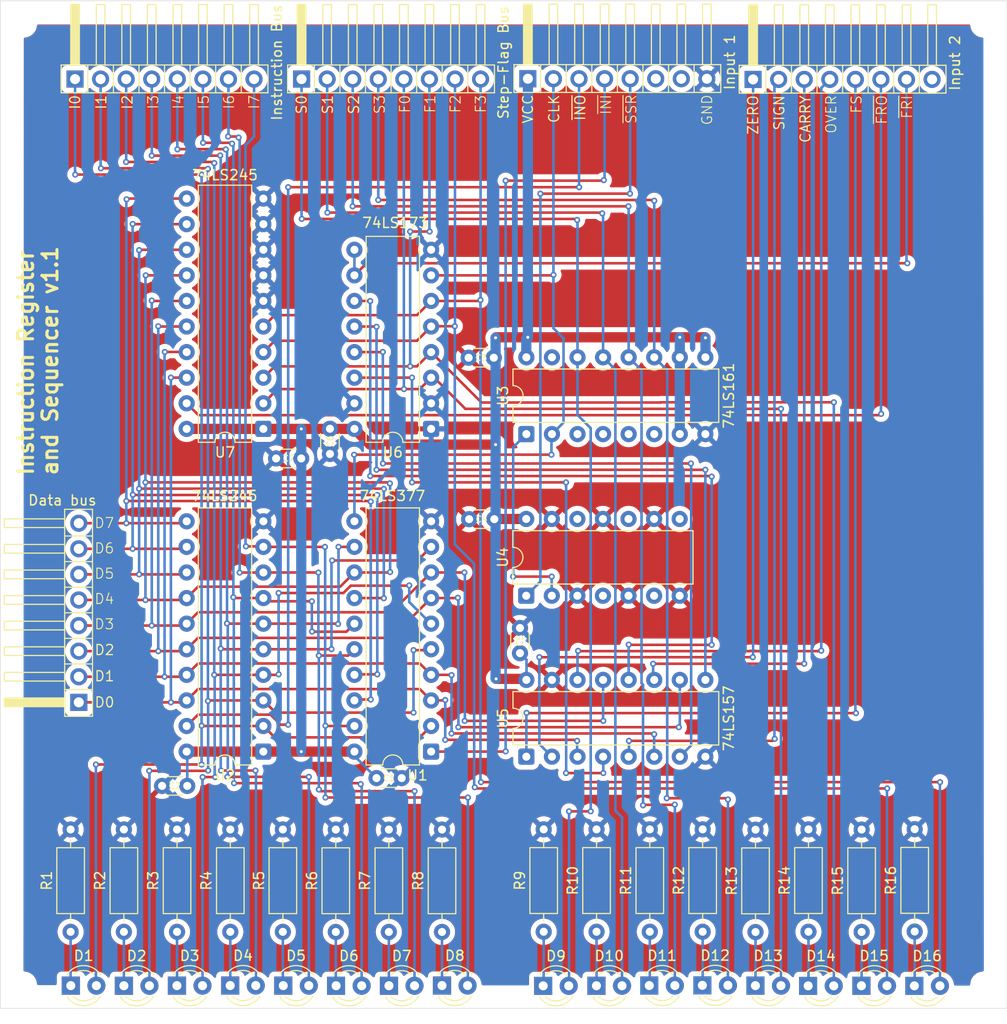
<source format=kicad_pcb>
(kicad_pcb (version 20241229) (generator "pcbnew") (generator_version "9.0")
  (title_block (title "Instruction Register and Sequencer") (date "2025-12-17") (rev "1.1") (company "Marco Vettigli"))
  (layers (0 "F.Cu" signal) (2 "B.Cu" signal) (13 "F.Paste" user) (15 "B.Paste" user) (5 "F.SilkS" user "F.Silkscreen") (7 "B.SilkS" user "B.Silkscreen") (1 "F.Mask" user) (3 "B.Mask" user) (25 "Edge.Cuts" user))
  (net 0 "")
  (net 1 "Net-(D1-K)")
  (net 2 "Net-(D2-K)")
  (net 3 "Net-(D3-K)")
  (net 4 "Net-(D4-K)")
  (net 5 "Net-(D5-K)")
  (net 6 "Net-(D6-K)")
  (net 7 "Net-(D7-K)")
  (net 8 "Net-(D8-K)")
  (net 9 "Net-(D9-K)")
  (net 10 "Net-(D10-K)")
  (net 11 "Net-(D11-K)")
  (net 12 "Net-(D12-K)")
  (net 13 "/D0")
  (net 14 "/D4")
  (net 15 "/D3")
  (net 16 "/D1")
  (net 17 "/D6")
  (net 18 "/D7")
  (net 19 "/D2")
  (net 20 "/D5")
  (net 21 "GND")
  (net 22 "Net-(D13-K)")
  (net 23 "Net-(D14-K)")
  (net 31 "Net-(D15-K)")
  (net 32 "Net-(D16-K)")
  (net 34 "SSR")
  (net 35 "Net-(U3-~{MR})")
  (net 38 "I0")
  (net 39 "I1")
  (net 40 "I2")
  (net 41 "I3")
  (net 42 "I4")
  (net 43 "I5")
  (net 44 "I6")
  (net 45 "I7")
  (net 46 "S0")
  (net 47 "S1")
  (net 48 "S2")
  (net 49 "S3")
  (net 50 "F0")
  (net 51 "F1")
  (net 52 "F2")
  (net 53 "F3")
  (net 55 "VCC")
  (net 56 "~{INO}")
  (net 57 "~{INI}")
  (net 58 "CLK")
  (net 59 "OVER")
  (net 60 "FS")
  (net 61 "CARRY")
  (net 62 "~{FRI}")
  (net 63 "ZERO")
  (net 64 "~{FRO}")
  (net 65 "SIGN")
  (net 68 "Net-(U5-Zb)")
  (net 69 "Net-(U5-Za)")
  (net 70 "Net-(U5-Zd)")
  (net 71 "Net-(U5-Zc)")
  (footprint "Capacitor_THT:C_Disc_D3.0mm_W1.6mm_P2.50mm" (layer "F.Cu") (at 102.575 118.55)
    (property "Reference" "C1" (hide yes))
    (property "Value" "100n" (hide yes))
  )
  (footprint "Resistor_THT:R_Axial_DIN0207_L6.3mm_D2.5mm_P10.16mm_Horizontal" (layer "F.Cu") (at 150.76 133.82 90)
    (property "Reference" "R15")
    (property "Value" "220")
  )
  (footprint "Resistor_THT:R_Axial_DIN0207_L6.3mm_D2.5mm_P10.16mm_Horizontal" (layer "F.Cu") (at 124.43 133.8 90)
    (property "Reference" "R10")
    (property "Value" "220")
  )
  (footprint "Package_DIP:DIP-16_W7.62mm" (layer "F.Cu") (at 117.46 116.425 90)
    (property "Reference" "U5")
    (property "Value" "74LS157")
  )
  (footprint "Resistor_THT:R_Axial_DIN0207_L6.3mm_D2.5mm_P10.16mm_Horizontal" (layer "F.Cu") (at 82.76 133.81 90)
    (property "Reference" "R3")
    (property "Value" "220")
  )
  (footprint "Resistor_THT:R_Axial_DIN0207_L6.3mm_D2.5mm_P10.16mm_Horizontal" (layer "F.Cu") (at 145.48 133.8 90)
    (property "Reference" "R14")
    (property "Value" "220")
  )
  (footprint "Resistor_THT:R_Axial_DIN0207_L6.3mm_D2.5mm_P10.16mm_Horizontal" (layer "F.Cu") (at 109.08 133.82 90)
    (property "Reference" "R8")
    (property "Value" "220")
  )
  (footprint "Resistor_THT:R_Axial_DIN0207_L6.3mm_D2.5mm_P10.16mm_Horizontal" (layer "F.Cu") (at 119.18 133.8 90)
    (property "Reference" "R9")
    (property "Value" "220")
  )
  (footprint "Capacitor_THT:C_Disc_D3.0mm_W1.6mm_P2.50mm" (layer "F.Cu") (at 83.775 119.325 180)
    (property "Reference" "C2" (hide yes))
    (property "Value" "100n" (hide yes))
  )
  (footprint "Resistor_THT:R_Axial_DIN0207_L6.3mm_D2.5mm_P10.16mm_Horizontal" (layer "F.Cu") (at 140.22 133.83 90)
    (property "Reference" "R13")
    (property "Value" "220")
  )
  (footprint "Capacitor_THT:C_Disc_D3.0mm_W1.6mm_P2.50mm" (layer "F.Cu") (at 114.225 76.825 180)
    (property "Reference" "C3" (hide yes))
    (property "Value" "100n" (hide yes))
  )
  (footprint "LED_THT:LED_D3.0mm" (layer "F.Cu") (at 98.56 139.16)
    (property "Reference" "D6")
    (property "Value" "RED")
  )
  (footprint "Resistor_THT:R_Axial_DIN0207_L6.3mm_D2.5mm_P10.16mm_Horizontal" (layer "F.Cu") (at 88.05 133.81 90)
    (property "Reference" "R4")
    (property "Value" "220")
  )
  (footprint "LED_THT:LED_D3.0mm" (layer "F.Cu") (at 134.94 139.12)
    (property "Reference" "D12")
    (property "Value" "BLU")
  )
  (footprint "LED_THT:LED_D3.0mm" (layer "F.Cu") (at 77.48 139.16)
    (property "Reference" "D2")
    (property "Value" "RED")
  )
  (footprint "LED_THT:LED_D3.0mm" (layer "F.Cu") (at 103.81 139.16)
    (property "Reference" "D7")
    (property "Value" "RED")
  )
  (footprint "LED_THT:LED_D3.0mm" (layer "F.Cu") (at 88.04 139.14)
    (property "Reference" "D4")
    (property "Value" "RED")
  )
  (footprint "LED_THT:LED_D3.0mm" (layer "F.Cu") (at 156 139.17)
    (property "Reference" "D16")
    (property "Value" "ORA")
  )
  (footprint "LED_THT:LED_D3.0mm" (layer "F.Cu") (at 82.75 139.15)
    (property "Reference" "D3")
    (property "Value" "RED")
  )
  (footprint "Resistor_THT:R_Axial_DIN0207_L6.3mm_D2.5mm_P10.16mm_Horizontal" (layer "F.Cu") (at 103.8 133.82 90)
    (property "Reference" "R7")
    (property "Value" "220")
  )
  (footprint "Resistor_THT:R_Axial_DIN0207_L6.3mm_D2.5mm_P10.16mm_Horizontal" (layer "F.Cu") (at 156.03 133.78 90)
    (property "Reference" "R16")
    (property "Value" "220")
  )
  (footprint "Package_DIP:DIP-16_W7.62mm" (layer "F.Cu") (at 108 83.89 180)
    (property "Reference" "U6")
    (property "Value" "74LS173")
  )
  (footprint "LED_THT:LED_D3.0mm" (layer "F.Cu") (at 109.08 139.14)
    (property "Reference" "D8")
    (property "Value" "RED")
  )
  (footprint "Custom:PinHeader_1x08_P2.54mm_Horizontal" (layer "F.Cu") (at 117.61 51.885 90)
    (property "Reference" "J4" (hide yes))
    (property "Value" "Input 1")
  )
  (footprint "Package_DIP:DIP-20_W7.62mm" (layer "F.Cu") (at 91.335 115.92 180)
    (property "Reference" "U2")
    (property "Value" "74LS245")
  )
  (footprint "LED_THT:LED_D3.0mm" (layer "F.Cu") (at 119.13 139.17)
    (property "Reference" "D9")
    (property "Value" "BLU")
  )
  (footprint "Resistor_THT:R_Axial_DIN0207_L6.3mm_D2.5mm_P10.16mm_Horizontal" (layer "F.Cu") (at 93.27 133.81 90)
    (property "Reference" "R5")
    (property "Value" "220")
  )
  (footprint "LED_THT:LED_D3.0mm" (layer "F.Cu") (at 140.21 139.15)
    (property "Reference" "D13")
    (property "Value" "ORA")
  )
  (footprint "MountingHole:MountingHole_2.1mm" (layer "F.Cu") (at 67.55 43.75)
    (property "Reference" "REF**" (hide yes))
    (property "Value" "MountingHole_2.1mm" (hide yes))
  )
  (footprint "MountingHole:MountingHole_2.1mm" (layer "F.Cu") (at 162.85 139.05)
    (property "Reference" "REF**" (hide yes))
    (property "Value" "MountingHole_2.1mm" (hide yes))
  )
  (footprint "Package_DIP:DIP-20_W7.62mm" (layer "F.Cu") (at 108 115.92 180)
    (property "Reference" "U1")
    (property "Value" "74LS377")
  )
  (footprint "Capacitor_THT:C_Disc_D3.0mm_W1.6mm_P2.50mm" (layer "F.Cu") (at 116.825 106.15 90)
    (property "Reference" "C5" (hide yes))
    (property "Value" "100n" (hide yes))
  )
  (footprint "Custom:PinHeader_1x08_P2.54mm_Horizontal" (layer "F.Cu") (at 139.98 51.95 90)
    (property "Reference" "J5" (hide yes))
    (property "Value" "Input 2")
  )
  (footprint "Resistor_THT:R_Axial_DIN0207_L6.3mm_D2.5mm_P10.16mm_Horizontal" (layer "F.Cu") (at 77.48 133.81 90)
    (property "Reference" "R2")
    (property "Value" "220")
  )
  (footprint "Resistor_THT:R_Axial_DIN0207_L6.3mm_D2.5mm_P10.16mm_Horizontal" (layer "F.Cu") (at 72.19 133.81 90)
    (property "Reference" "R1")
    (property "Value" "220")
  )
  (footprint "LED_THT:LED_D3.0mm" (layer "F.Cu") (at 150.74 139.16)
    (property "Reference" "D15")
    (property "Value" "ORA")
  )
  (footprint "Custom:PinHeader_1x08_P2.54mm_Horizontal" (layer "F.Cu") (at 75.75 111.03 180)
    (property "Reference" "J1" (hide yes))
    (property "Value" "Data bus")
  )
  (footprint "Package_DIP:DIP-16_W7.62mm" (layer "F.Cu") (at 117.46 84.405 90)
    (property "Reference" "U3")
    (property "Value" "74LS161")
  )
  (footprint "LED_THT:LED_D3.0mm" (layer "F.Cu") (at 93.31 139.15)
    (property "Reference" "D5")
    (property "Value" "RED")
  )
  (footprint "Capacitor_THT:C_Disc_D3.0mm_W1.6mm_P2.50mm" (layer "F.Cu") (at 97.95 83.875 -90)
    (property "Reference" "C6" (hide yes))
    (property "Value" "100n" (hide yes))
  )
  (footprint "Custom:PinHeader_1x08_P2.54mm_Horizontal" (layer "F.Cu") (at 95.13 51.92 90)
    (property "Reference" "J3" (hide yes))
    (property "Value" "Step-Flag Bus")
  )
  (footprint "Package_DIP:DIP-20_W7.62mm" (layer "F.Cu") (at 91.335 83.89 180)
    (property "Reference" "U7")
    (property "Value" "74LS245")
  )
  (footprint "Capacitor_THT:C_Disc_D3.0mm_W1.6mm_P2.50mm" (layer "F.Cu") (at 114.275 92.85 180)
    (property "Reference" "C4" (hide yes))
    (property "Value" "100n" (hide yes))
  )
  (footprint "LED_THT:LED_D3.0mm" (layer "F.Cu") (at 129.67 139.14)
    (property "Reference" "D11")
    (property "Value" "BLU")
  )
  (footprint "Custom:PinHeader_1x08_P2.54mm_Horizontal" (layer "F.Cu") (at 72.63 51.92 90)
    (property "Reference" "J2" (hide yes))
    (property "Value" "Instruction Bus")
  )
  (footprint "Resistor_THT:R_Axial_DIN0207_L6.3mm_D2.5mm_P10.16mm_Horizontal" (layer "F.Cu") (at 98.53 133.82 90)
    (property "Reference" "R6")
    (property "Value" "220")
  )
  (footprint "LED_THT:LED_D3.0mm" (layer "F.Cu") (at 72.21 139.15)
    (property "Reference" "D1")
    (property "Value" "RED")
  )
  (footprint "MountingHole:MountingHole_2.1mm" (layer "F.Cu") (at 67.55 139.05)
    (property "Reference" "REF**" (hide yes))
    (property "Value" "MountingHole_2.1mm" (hide yes))
  )
  (footprint "Resistor_THT:R_Axial_DIN0207_L6.3mm_D2.5mm_P10.16mm_Horizontal" (layer "F.Cu") (at 129.72 133.8 90)
    (property "Reference" "R11")
    (property "Value" "220")
  )
  (footprint "LED_THT:LED_D3.0mm" (layer "F.Cu") (at 145.45 139.17)
    (property "Reference" "D14")
    (property "Value" "ORA")
  )
  (footprint "Package_DIP:DIP-14_W7.62mm" (layer "F.Cu") (at 117.445 100.45 90)
    (property "Reference" "U4")
    (property "Value" "74LS04")
  )
  (footprint "MountingHole:MountingHole_2.1mm" (layer "F.Cu") (at 162.85 43.75)
    (property "Reference" "REF**" (hide yes))
    (property "Value" "MountingHole_2.1mm" (hide yes))
  )
  (footprint "LED_THT:LED_D3.0mm" (layer "F.Cu") (at 124.42 139.16)
    (property "Reference" "D10")
    (property "Value" "BLU")
  )
  (footprint "Resistor_THT:R_Axial_DIN0207_L6.3mm_D2.5mm_P10.16mm_Horizontal" (layer "F.Cu") (at 134.97 133.8 90)
    (property "Reference" "R12")
    (property "Value" "220")
  )
  (footprint "Capacitor_THT:C_Disc_D3.0mm_W1.6mm_P2.50mm" (layer "F.Cu") (at 95.1 86.825 180)
    (property "Reference" "C7" (hide yes))
    (property "Value" "100n" (hide yes))
  )
  (gr_rect (start 65.2 41.4) (end 165.2 141.4) (stroke (width 0.05)) (fill no) (layer "Edge.Cuts"))
  (gr_text "Instruction Register\nand Sequencer v1.1" (at 71.03 88.64 90) (layer "F.SilkS") (effects (font (size 1.5 1.5) (thickness 0.3) (bold yes)) (justify left bottom)))
  (segment (start 72.19 139.13) (end 72.21 139.15) (width 0.254) (layer "B.Cu") (net 1))
  (segment (start 72.19 133.81) (end 72.19 139.13) (width 0.254) (layer "B.Cu") (net 1))
  (segment (start 77.48 133.81) (end 77.48 139.16) (width 0.254) (layer "B.Cu") (net 2))
  (segment (start 82.76 133.81) (end 82.76 139.14) (width 0.254) (layer "B.Cu") (net 3))
  (segment (start 82.76 139.14) (end 82.75 139.15) (width 0.254) (layer "B.Cu") (net 3))
  (segment (start 88.05 133.81) (end 88.05 139.13) (width 0.254) (layer "B.Cu") (net 4))
  (segment (start 88.05 139.13) (end 88.04 139.14) (width 0.254) (layer "B.Cu") (net 4))
  (segment (start 93.27 139.11) (end 93.31 139.15) (width 0.254) (layer "B.Cu") (net 5))
  (segment (start 93.27 133.81) (end 93.27 139.11) (width 0.254) (layer "B.Cu") (net 5))
  (segment (start 98.53 133.82) (end 98.53 139.13) (width 0.254) (layer "B.Cu") (net 6))
  (segment (start 98.53 139.13) (end 98.56 139.16) (width 0.254) (layer "B.Cu") (net 6))
  (segment (start 103.8 139.15) (end 103.81 139.16) (width 0.254) (layer "B.Cu") (net 7))
  (segment (start 103.8 133.82) (end 103.8 139.15) (width 0.254) (layer "B.Cu") (net 7))
  (segment (start 109.08 133.82) (end 109.08 139.14) (width 0.254) (layer "B.Cu") (net 8))
  (segment (start 119.18 133.8) (end 119.18 139.12) (width 0.254) (layer "B.Cu") (net 9))
  (segment (start 119.18 139.12) (end 119.13 139.17) (width 0.254) (layer "B.Cu") (net 9))
  (segment (start 124.43 133.8) (end 124.43 139.15) (width 0.254) (layer "B.Cu") (net 10))
  (segment (start 124.43 139.15) (end 124.42 139.16) (width 0.254) (layer "B.Cu") (net 10))
  (segment (start 129.72 133.8) (end 129.72 139.09) (width 0.254) (layer "B.Cu") (net 11))
  (segment (start 129.72 139.09) (end 129.67 139.14) (width 0.254) (layer "B.Cu") (net 11))
  (segment (start 134.97 139.09) (end 134.94 139.12) (width 0.254) (layer "B.Cu") (net 12))
  (segment (start 134.97 133.8) (end 134.97 139.09) (width 0.254) (layer "B.Cu") (net 12))
  (segment (start 83.715 110.84) (end 84.843 109.712) (width 0.254) (layer "F.Cu") (net 13))
  (segment (start 82.15 78.8) (end 83.705 78.8) (width 0.254) (layer "F.Cu") (net 13))
  (segment (start 106.872 109.712) (end 108 110.84) (width 0.254) (layer "F.Cu") (net 13))
  (segment (start 122.4 114.75) (end 122.5 114.85) (width 0.254) (layer "F.Cu") (net 13))
  (segment (start 109.36 110.84) (end 109.4 110.8) (width 0.254) (layer "F.Cu") (net 13))
  (segment (start 109.4 114.75) (end 122.4 114.75) (width 0.254) (layer "F.Cu") (net 13))
  (segment (start 84.843 109.712) (end 106.872 109.712) (width 0.254) (layer "F.Cu") (net 13))
  (segment (start 73 111.03) (end 82.15 111.03) (width 0.254) (layer "F.Cu") (net 13))
  (segment (start 83.525 111.03) (end 83.715 110.84) (width 0.254) (layer "F.Cu") (net 13))
  (segment (start 82.15 111.03) (end 83.525 111.03) (width 0.254) (layer "F.Cu") (net 13))
  (segment (start 83.705 78.8) (end 83.715 78.81) (width 0.254) (layer "F.Cu") (net 13))
  (segment (start 108 110.84) (end 109.36 110.84) (width 0.254) (layer "F.Cu") (net 13))
  (via (at 82.15 111.03) (size 0.6) (drill 0.3) (layers "F.Cu" "B.Cu") (net 13))
  (via (at 109.4 114.75) (size 0.6) (drill 0.3) (layers "F.Cu" "B.Cu") (net 13))
  (via (at 122.5 114.85) (size 0.6) (drill 0.3) (layers "F.Cu" "B.Cu") (net 13))
  (via (at 109.4 110.8) (size 0.6) (drill 0.3) (layers "F.Cu" "B.Cu") (net 13))
  (via (at 82.15 78.8) (size 0.6) (drill 0.3) (layers "F.Cu" "B.Cu") (net 13))
  (segment (start 109.4 110.8) (end 109.4 114.75) (width 0.254) (layer "B.Cu") (net 13))
  (segment (start 122.5 114.85) (end 122.5 116.385) (width 0.254) (layer "B.Cu") (net 13))
  (segment (start 122.5 116.385) (end 122.54 116.425) (width 0.254) (layer "B.Cu") (net 13))
  (segment (start 82.15 111.03) (end 82.15 78.8) (width 0.254) (layer "B.Cu") (net 13))
  (segment (start 84.843 99.552) (end 98.968 99.552) (width 0.254) (layer "F.Cu") (net 14))
  (segment (start 103.817 98.14) (end 100.38 98.14) (width 0.254) (layer "F.Cu") (net 14))
  (segment (start 79.65 100.87) (end 83.525 100.87) (width 0.254) (layer "F.Cu") (net 14))
  (segment (start 98.968 99.552) (end 100.38 98.14) (width 0.254) (layer "F.Cu") (net 14))
  (segment (start 83.525 100.87) (end 83.715 100.68) (width 0.254) (layer "F.Cu") (net 14))
  (segment (start 103.857 98.1) (end 103.817 98.14) (width 0.254) (layer "F.Cu") (net 14))
  (segment (start 103.928 98.1) (end 103.857 98.1) (width 0.254) (layer "F.Cu") (net 14))
  (segment (start 103.9 89.3) (end 103.796 89.196) (width 0.254) (layer "F.Cu") (net 14))
  (segment (start 83.715 100.68) (end 84.843 99.552) (width 0.254) (layer "F.Cu") (net 14))
  (segment (start 79.5 100.87) (end 79.65 100.87) (width 0.254) (layer "F.Cu") (net 14))
  (segment (start 79.65 68.65) (end 83.715 68.65) (width 0.254) (layer "F.Cu") (net 14))
  (segment (start 73 100.87) (end 79.5 100.87) (width 0.254) (layer "F.Cu") (net 14))
  (segment (start 103.796 89.196) (end 79.623 89.196) (width 0.254) (layer "F.Cu") (net 14))
  (segment (start 79.65 100.87) (end 79.623 100.87) (width 0.254) (layer "F.Cu") (net 14))
  (via (at 103.9 89.3) (size 0.6) (drill 0.3) (layers "F.Cu" "B.Cu") (net 14))
  (via (at 79.65 68.65) (size 0.6) (drill 0.3) (layers "F.Cu" "B.Cu") (net 14))
  (via (at 79.623 89.196) (size 0.6) (drill 0.3) (layers "F.Cu" "B.Cu") (net 14))
  (via (at 79.623 100.87) (size 0.6) (drill 0.3) (layers "F.Cu" "B.Cu") (net 14))
  (via (at 103.928 98.1) (size 0.6) (drill 0.3) (layers "F.Cu" "B.Cu") (net 14))
  (segment (start 103.9 89.3) (end 103.928 89.328) (width 0.254) (layer "B.Cu") (net 14))
  (segment (start 79.623 100.87) (end 79.623 89.25) (width 0.254) (layer "B.Cu") (net 14))
  (segment (start 79.623 68.677) (end 79.65 68.65) (width 0.254) (layer "B.Cu") (net 14))
  (segment (start 103.928 89.328) (end 103.928 98.1) (width 0.254) (layer "B.Cu") (net 14))
  (segment (start 79.623 89.25) (end 79.623 68.677) (width 0.254) (layer "B.Cu") (net 14))
  (segment (start 79.623 89.25) (end 79.623 89.196) (width 0.254) (layer "B.Cu") (net 14))
  (segment (start 111.332377 112.869) (end 125.1 112.869) (width 0.254) (layer "F.Cu") (net 15))
  (segment (start 84.843 102.092) (end 104.048 102.092) (width 0.254) (layer "F.Cu") (net 15))
  (segment (start 111.331325 112.867948) (end 111.332377 112.869) (width 0.254) (layer "F.Cu") (net 15))
  (segment (start 111.3 98.14) (end 108 98.14) (width 0.254) (layer "F.Cu") (net 15))
  (segment (start 80.25 71.15) (end 80.29 71.19) (width 0.254) (layer "F.Cu") (net 15))
  (segment (start 83.525 103.41) (end 83.715 103.22) (width 0.254) (layer "F.Cu") (net 15))
  (segment (start 104.048 102.092) (end 108 98.14) (width 0.254) (layer "F.Cu") (net 15))
  (segment (start 80.29 71.19) (end 83.715 71.19) (width 0.254) (layer "F.Cu") (net 15))
  (segment (start 80.25 103.41) (end 83.525 103.41) (width 0.254) (layer "F.Cu") (net 15))
  (segment (start 73 103.41) (end 80.25 103.41) (width 0.254) (layer "F.Cu") (net 15))
  (segment (start 83.715 103.22) (end 84.843 102.092) (width 0.254) (layer "F.Cu") (net 15))
  (via (at 111.331325 112.867948) (size 0.6) (drill 0.3) (layers "F.Cu" "B.Cu") (net 15))
  (via (at 125.1 112.869) (size 0.6) (drill 0.3) (layers "F.Cu" "B.Cu") (net 15))
  (via (at 80.25 71.15) (size 0.6) (drill 0.3) (layers "F.Cu" "B.Cu") (net 15))
  (via (at 80.25 103.41) (size 0.6) (drill 0.3) (layers "F.Cu" "B.Cu") (net 15))
  (via (at 111.3 98.14) (size 0.6) (drill 0.3) (layers "F.Cu" "B.Cu") (net 15))
  (segment (start 125.1 112.869) (end 125.08 112.849) (width 0.254) (layer "B.Cu") (net 15))
  (segment (start 80.25 103.41) (end 80.25 71.15) (width 0.254) (layer "B.Cu") (net 15))
  (segment (start 111.3 98.14) (end 111.3 98.25) (width 0.254) (layer "B.Cu") (net 15))
  (segment (start 111.35 112.849273) (end 111.331325 112.867948) (width 0.254) (layer "B.Cu") (net 15))
  (segment (start 111.35 98.3) (end 111.35 112.849273) (width 0.254) (layer "B.Cu") (net 15))
  (segment (start 111.3 98.25) (end 111.35 98.3) (width 0.254) (layer "B.Cu") (net 15))
  (segment (start 125.08 112.849) (end 125.08 108.805) (width 0.254) (layer "B.Cu") (net 15))
  (segment (start 110.028 108.328) (end 109.828 108.328) (width 0.254) (layer "F.Cu") (net 16))
  (segment (start 109.8 108.3) (end 108 108.3) (width 0.254) (layer "F.Cu") (net 16))
  (segment (start 84.843 107.172) (end 106.872 107.172) (width 0.254) (layer "F.Cu") (net 16))
  (segment (start 81.55 76.25) (end 83.695 76.25) (width 0.254) (layer "F.Cu") (net 16))
  (segment (start 130.073 114.123) (end 130.15 114.2) (width 0.254) (layer "F.Cu") (net 16))
  (segment (start 110.027 114.123) (end 130.073 114.123) (width 0.254) (layer "F.Cu") (net 16))
  (segment (start 83.525 108.49) (end 83.715 108.3) (width 0.254) (layer "F.Cu") (net 16))
  (segment (start 81.523 108.49) (end 83.525 108.49) (width 0.254) (layer "F.Cu") (net 16))
  (segment (start 109.828 108.328) (end 109.8 108.3) (width 0.254) (layer "F.Cu") (net 16))
  (segment (start 83.715 108.3) (end 84.843 107.172) (width 0.254) (layer "F.Cu") (net 16))
  (segment (start 73 108.49) (end 81.523 108.49) (width 0.254) (layer "F.Cu") (net 16))
  (segment (start 106.872 107.172) (end 108 108.3) (width 0.254) (layer "F.Cu") (net 16))
  (segment (start 83.695 76.25) (end 83.715 76.27) (width 0.254) (layer "F.Cu") (net 16))
  (via (at 81.523 108.49) (size 0.6) (drill 0.3) (layers "F.Cu" "B.Cu") (net 16))
  (via (at 81.55 76.25) (size 0.6) (drill 0.3) (layers "F.Cu" "B.Cu") (net 16))
  (via (at 110.028 108.328) (size 0.6) (drill 0.3) (layers "F.Cu" "B.Cu") (net 16))
  (via (at 130.15 114.2) (size 0.6) (drill 0.3) (layers "F.Cu" "B.Cu") (net 16))
  (via (at 110.027 114.123) (size 0.6) (drill 0.3) (layers "F.Cu" "B.Cu") (net 16))
  (segment (start 130.15 116.415) (end 130.16 116.425) (width 0.254) (layer "B.Cu") (net 16))
  (segment (start 81.523 76.277) (end 81.55 76.25) (width 0.254) (layer "B.Cu") (net 16))
  (segment (start 110.028 108.328) (end 110.028 114.122) (width 0.254) (layer "B.Cu") (net 16))
  (segment (start 110.028 114.122) (end 110.027 114.123) (width 0.254) (layer "B.Cu") (net 16))
  (segment (start 130.15 114.2) (end 130.15 116.415) (width 0.254) (layer "B.Cu") (net 16))
  (segment (start 81.523 108.49) (end 81.523 76.277) (width 0.254) (layer "B.Cu") (net 16))
  (segment (start 83.525 95.79) (end 83.715 95.6) (width 0.254) (layer "F.Cu") (net 17))
  (segment (start 100.43 108.25) (end 100.38 108.3) (width 0.254) (layer "F.Cu") (net 17))
  (segment (start 73 95.79) (end 78.35 95.79) (width 0.254) (layer "F.Cu") (net 17))
  (segment (start 102.65 90.45) (end 78.396 90.45) (width 0.254) (layer "F.Cu") (net 17))
  (segment (start 78.35 95.79) (end 83.525 95.79) (width 0.254) (layer "F.Cu") (net 17))
  (segment (start 78.35 63.55) (end 78.37 63.57) (width 0.254) (layer "F.Cu") (net 17))
  (segment (start 78.37 63.57) (end 83.715 63.57) (width 0.254) (layer "F.Cu") (net 17))
  (segment (start 78.396 90.45) (end 78.369 90.423) (width 0.254) (layer "F.Cu") (net 17))
  (segment (start 102.65 108.25) (end 100.43 108.25) (width 0.254) (layer "F.Cu") (net 17))
  (via (at 78.369 90.423) (size 0.6) (drill 0.3) (layers "F.Cu" "B.Cu") (net 17))
  (via (at 78.35 95.79) (size 0.6) (drill 0.3) (layers "F.Cu" "B.Cu") (net 17))
  (via (at 78.35 63.55) (size 0.6) (drill 0.3) (layers "F.Cu" "B.Cu") (net 17))
  (via (at 102.65 108.25) (size 0.6) (drill 0.3) (layers "F.Cu" "B.Cu") (net 17))
  (via (at 102.65 90.45) (size 0.6) (drill 0.3) (layers "F.Cu" "B.Cu") (net 17))
  (segment (start 102.65 90.45) (end 102.65 108.25) (width 0.254) (layer "B.Cu") (net 17))
  (segment (start 78.35 95.79) (end 78.35 63.55) (width 0.254) (layer "B.Cu") (net 17))
  (segment (start 77.75 93.25) (end 83.525 93.25) (width 0.254) (layer "F.Cu") (net 18))
  (segment (start 100.47 110.75) (end 100.38 110.84) (width 0.254) (layer "F.Cu") (net 18))
  (segment (start 77.723 91.05) (end 101.95 91.05) (width 0.254) (layer "F.Cu") (net 18))
  (segment (start 77.75 93.25) (end 77.723 93.25) (width 0.254) (layer "F.Cu") (net 18))
  (segment (start 101.95 91.05) (end 102 91.1) (width 0.254) (layer "F.Cu") (net 18))
  (segment (start 73 93.25) (end 77.75 93.25) (width 0.254) (layer "F.Cu") (net 18))
  (segment (start 77.75 61.1) (end 77.82 61.03) (width 0.254) (layer "F.Cu") (net 18))
  (segment (start 83.525 93.25) (end 83.715 93.06) (width 0.254) (layer "F.Cu") (net 18))
  (segment (start 102 110.75) (end 100.47 110.75) (width 0.254) (layer "F.Cu") (net 18))
  (segment (start 77.82 61.03) (end 83.715 61.03) (width 0.254) (layer "F.Cu") (net 18))
  (via (at 77.723 93.25) (size 0.6) (drill 0.3) (layers "F.Cu" "B.Cu") (net 18))
  (via (at 77.75 61.1) (size 0.6) (drill 0.3) (layers "F.Cu" "B.Cu") (net 18))
  (via (at 77.723 91.05) (size 0.6) (drill 0.3) (layers "F.Cu" "B.Cu") (net 18))
  (via (at 102 91.1) (size 0.6) (drill 0.3) (layers "F.Cu" "B.Cu") (net 18))
  (via (at 102 110.75) (size 0.6) (drill 0.3) (layers "F.Cu" "B.Cu") (net 18))
  (segment (start 102 91.1) (end 102 110.75) (width 0.254) (layer "B.Cu") (net 18))
  (segment (start 77.723 61.127) (end 77.75 61.1) (width 0.254) (layer "B.Cu") (net 18))
  (segment (start 77.723 93.25) (end 77.723 61.127) (width 0.254) (layer "B.Cu") (net 18))
  (segment (start 73 105.95) (end 80.9 105.95) (width 0.254) (layer "F.Cu") (net 19))
  (segment (start 108 100.68) (end 110.62 100.68) (width 0.254) (layer "F.Cu") (net 19))
  (segment (start 80.9 73.7) (end 80.93 73.73) (width 0.254) (layer "F.Cu") (net 19))
  (segment (start 83.715 105.76) (end 84.843 104.632) (width 0.254) (layer "F.Cu") (net 19))
  (segment (start 132.6 113.5) (end 132.596 113.496) (width 0.254) (layer "F.Cu") (net 19))
  (segment (start 80.9 105.95) (end 80.896 105.95) (width 0.254) (layer "F.Cu") (net 19))
  (segment (start 83.525 105.95) (end 83.715 105.76) (width 0.254) (layer "F.Cu") (net 19))
  (segment (start 80.9 105.95) (end 83.525 105.95) (width 0.254) (layer "F.Cu") (net 19))
  (segment (start 80.93 73.73) (end 83.715 73.73) (width 0.254) (layer "F.Cu") (net 19))
  (segment (start 84.843 104.632) (end 104.048 104.632) (width 0.254) (layer "F.Cu") (net 19))
  (segment (start 132.596 113.496) (end 110.704325 113.496) (width 0.254) (layer "F.Cu") (net 19))
  (segment (start 110.62 100.68) (end 110.65 100.65) (width 0.254) (layer "F.Cu") (net 19))
  (segment (start 104.048 104.632) (end 108 100.68) (width 0.254) (layer "F.Cu") (net 19))
  (via (at 80.9 73.7) (size 0.6) (drill 0.3) (layers "F.Cu" "B.Cu") (net 19))
  (via (at 110.65 100.65) (size 0.6) (drill 0.3) (layers "F.Cu" "B.Cu") (net 19))
  (via (at 80.896 105.95) (size 0.6) (drill 0.3) (layers "F.Cu" "B.Cu") (net 19))
  (via (at 132.6 113.5) (size 0.6) (drill 0.3) (layers "F.Cu" "B.Cu") (net 19))
  (via (at 110.704325 113.496) (size 0.6) (drill 0.3) (layers "F.Cu" "B.Cu") (net 19))
  (segment (start 110.65 100.65) (end 110.704325 100.704325) (width 0.254) (layer "B.Cu") (net 19))
  (segment (start 132.6 113.5) (end 132.7 113.4) (width 0.254) (layer "B.Cu") (net 19))
  (segment (start 132.7 113.4) (end 132.7 108.805) (width 0.254) (layer "B.Cu") (net 19))
  (segment (start 80.896 105.95) (end 80.896 73.704) (width 0.254) (layer "B.Cu") (net 19))
  (segment (start 80.896 73.704) (end 80.9 73.7) (width 0.254) (layer "B.Cu") (net 19))
  (segment (start 110.704325 100.704325) (end 110.704325 113.496) (width 0.254) (layer "B.Cu") (net 19))
  (segment (start 103.28 100.68) (end 100.38 100.68) (width 0.254) (layer "F.Cu") (net 20))
  (segment (start 103.3 100.7) (end 103.28 100.68) (width 0.254) (layer "F.Cu") (net 20))
  (segment (start 83.525 98.33) (end 83.715 98.14) (width 0.254) (layer "F.Cu") (net 20))
  (segment (start 79.04 66.11) (end 83.715 66.11) (width 0.254) (layer "F.Cu") (net 20))
  (segment (start 79 98.33) (end 83.525 98.33) (width 0.254) (layer "F.Cu") (net 20))
  (segment (start 79 66.15) (end 79.04 66.11) (width 0.254) (layer "F.Cu") (net 20))
  (segment (start 78.996 89.823) (end 103.273 89.823) (width 0.254) (layer "F.Cu") (net 20))
  (segment (start 103.273 89.823) (end 103.3 89.85) (width 0.254) (layer "F.Cu") (net 20))
  (segment (start 73 98.33) (end 79 98.33) (width 0.254) (layer "F.Cu") (net 20))
  (segment (start 79 98.33) (end 78.996 98.33) (width 0.254) (layer "F.Cu") (net 20))
  (via (at 78.996 98.33) (size 0.6) (drill 0.3) (layers "F.Cu" "B.Cu") (net 20))
  (via (at 78.996 89.823) (size 0.6) (drill 0.3) (layers "F.Cu" "B.Cu") (net 20))
  (via (at 79 66.15) (size 0.6) (drill 0.3) (layers "F.Cu" "B.Cu") (net 20))
  (via (at 103.3 100.7) (size 0.6) (drill 0.3) (layers "F.Cu" "B.Cu") (net 20))
  (via (at 103.3 89.85) (size 0.6) (drill 0.3) (layers "F.Cu" "B.Cu") (net 20))
  (segment (start 78.996 66.154) (end 79 66.15) (width 0.254) (layer "B.Cu") (net 20))
  (segment (start 78.996 89.9) (end 78.996 89.823) (width 0.254) (layer "B.Cu") (net 20))
  (segment (start 78.996 98.33) (end 78.996 89.9) (width 0.254) (layer "B.Cu") (net 20))
  (segment (start 78.996 89.9) (end 78.996 66.154) (width 0.254) (layer "B.Cu") (net 20))
  (segment (start 103.3 89.85) (end 103.3 100.7) (width 0.254) (layer "B.Cu") (net 20))
  (segment (start 140.22 139.14) (end 140.21 139.15) (width 0.254) (layer "B.Cu") (net 22))
  (segment (start 140.22 133.83) (end 140.22 139.14) (width 0.254) (layer "B.Cu") (net 22))
  (segment (start 145.48 133.8) (end 145.48 139.14) (width 0.254) (layer "B.Cu") (net 23))
  (segment (start 145.48 139.14) (end 145.45 139.17) (width 0.254) (layer "B.Cu") (net 23))
  (segment (start 150.76 133.82) (end 150.76 139.14) (width 0.254) (layer "B.Cu") (net 31))
  (segment (start 150.76 139.14) (end 150.74 139.16) (width 0.254) (layer "B.Cu") (net 31))
  (segment (start 156.03 139.14) (end 156 139.17) (width 0.254) (layer "B.Cu") (net 32))
  (segment (start 156.03 133.78) (end 156.03 139.14) (width 0.254) (layer "B.Cu") (net 32))
  (segment (start 118.85 60.542) (end 127.75 60.542) (width 0.254) (layer "F.Cu") (net 34))
  (via (at 127.75 60.542) (size 0.6) (drill 0.3) (layers "F.Cu" "B.Cu") (net 34))
  (via (at 118.85 60.542) (size 0.6) (drill 0.3) (layers "F.Cu" "B.Cu") (net 34))
  (segment (start 127.75 60.392) (end 127.77 60.372) (width 0.254) (layer "B.Cu") (net 34))
  (segment (start 118.85 60.542) (end 118.85 99.045) (width 0.254) (layer "B.Cu") (net 34))
  (segment (start 118.85 99.045) (end 117.445 100.45) (width 0.254) (layer "B.Cu") (net 34))
  (segment (start 127.77 60.372) (end 127.77 49.135) (width 0.254) (layer "B.Cu") (net 34))
  (segment (start 127.75 60.542) (end 127.75 60.392) (width 0.254) (layer "B.Cu") (net 34))
  (segment (start 116.15 98.55) (end 119.975 98.55) (width 0.254) (layer "F.Cu") (net 35))
  (via (at 119.975 98.55) (size 0.6) (drill 0.3) (layers "F.Cu" "B.Cu") (net 35))
  (via (at 116.15 98.55) (size 0.6) (drill 0.3) (layers "F.Cu" "B.Cu") (net 35))
  (segment (start 117.46 84.405) (end 116.15 85.715) (width 0.254) (layer "B.Cu") (net 35))
  (segment (start 116.15 85.715) (end 116.15 98.55) (width 0.254) (layer "B.Cu") (net 35))
  (segment (start 119.975 100.44) (end 119.985 100.45) (width 0.254) (layer "B.Cu") (net 35))
  (segment (start 119.975 98.55) (end 119.975 100.44) (width 0.254) (layer "B.Cu") (net 35))
  (segment (start 91.335 113.38) (end 92.463 114.508) (width 0.254) (layer "F.Cu") (net 38))
  (segment (start 92.463 114.508) (end 106.872 114.508) (width 0.254) (layer "F.Cu") (net 38))
  (segment (start 72.65 58.65) (end 85.2 58.65) (width 0.254) (layer "F.Cu") (net 38))
  (segment (start 85.2 113.35) (end 85.23 113.38) (width 0.254) (layer "F.Cu") (net 38))
  (segment (start 85.23 113.38) (end 91.335 113.38) (width 0.254) (layer "F.Cu") (net 38))
  (segment (start 72.63 58.63) (end 72.65 58.65) (width 0.254) (layer "F.Cu") (net 38))
  (segment (start 106.872 114.508) (end 108 113.38) (width 0.254) (layer "F.Cu") (net 38))
  (segment (start 85.2 117.2) (end 74.7 117.2) (width 0.254) (layer "F.Cu") (net 38))
  (via (at 74.7 117.2) (size 0.6) (drill 0.3) (layers "F.Cu" "B.Cu") (net 38))
  (via (at 85.2 113.35) (size 0.6) (drill 0.3) (layers "F.Cu" "B.Cu") (net 38))
  (via (at 85.2 58.65) (size 0.6) (drill 0.3) (layers "F.Cu" "B.Cu") (net 38))
  (via (at 72.65 58.65) (size 0.6) (drill 0.3) (layers "F.Cu" "B.Cu") (net 38))
  (via (at 85.2 117.2) (size 0.6) (drill 0.3) (layers "F.Cu" "B.Cu") (net 38))
  (segment (start 74.7 117.2) (end 74.7 139.1) (width 0.254) (layer "B.Cu") (net 38))
  (segment (start 85.2 58.65) (end 85.2 113.35) (width 0.254) (layer "B.Cu") (net 38))
  (segment (start 72.63 49.17) (end 72.63 58.63) (width 0.254) (layer "B.Cu") (net 38))
  (segment (start 85.2 113.35) (end 85.2 117.2) (width 0.254) (layer "B.Cu") (net 38))
  (segment (start 72.63 58.63) (end 72.65 58.65) (width 0.254) (layer "B.Cu") (net 38))
  (segment (start 74.7 139.1) (end 74.75 139.15) (width 0.254) (layer "B.Cu") (net 38))
  (segment (start 106.25 105.85) (end 107.91 105.85) (width 0.254) (layer "F.Cu") (net 39))
  (segment (start 92.545 112.05) (end 106.25 112.05) (width 0.254) (layer "F.Cu") (net 39))
  (segment (start 107.91 105.85) (end 108 105.76) (width 0.254) (layer "F.Cu") (net 39))
  (segment (start 85.827 110.9) (end 85.887 110.84) (width 0.254) (layer "F.Cu") (net 39))
  (segment (start 85.823 117.827) (end 85.85 117.8) (width 0.254) (layer "F.Cu") (net 39))
  (segment (start 85.828 58.078) (end 85.773 58.023) (width 0.254) (layer "F.Cu") (net 39))
  (segment (start 85.773 58.023) (end 75.2 58.023) (width 0.254) (layer "F.Cu") (net 39))
  (segment (start 85.887 110.84) (end 91.335 110.84) (width 0.254) (layer "F.Cu") (net 39))
  (segment (start 80 117.827) (end 85.823 117.827) (width 0.254) (layer "F.Cu") (net 39))
  (segment (start 91.335 110.84) (end 92.545 112.05) (width 0.254) (layer "F.Cu") (net 39))
  (via (at 75.2 58.023) (size 0.6) (drill 0.3) (layers "F.Cu" "B.Cu") (net 39))
  (via (at 85.827 110.9) (size 0.6) (drill 0.3) (layers "F.Cu" "B.Cu") (net 39))
  (via (at 106.25 105.85) (size 0.6) (drill 0.3) (layers "F.Cu" "B.Cu") (net 39))
  (via (at 85.828 58.078) (size 0.6) (drill 0.3) (layers "F.Cu" "B.Cu") (net 39))
  (via (at 106.25 112.05) (size 0.6) (drill 0.3) (layers "F.Cu" "B.Cu") (net 39))
  (via (at 85.85 117.8) (size 0.6) (drill 0.3) (layers "F.Cu" "B.Cu") (net 39))
  (via (at 80 117.827) (size 0.6) (drill 0.3) (layers "F.Cu" "B.Cu") (net 39))
  (segment (start 80.02 139.16) (end 80.02 117.847) (width 0.254) (layer "B.Cu") (net 39))
  (segment (start 80.02 117.847) (end 80 117.827) (width 0.254) (layer "B.Cu") (net 39))
  (segment (start 85.828 110.899) (end 85.827 110.9) (width 0.254) (layer "B.Cu") (net 39))
  (segment (start 75.17 49.17) (end 75.17 57.993) (width 0.254) (layer "B.Cu") (net 39))
  (segment (start 85.828 58.078) (end 85.828 110.899) (width 0.254) (layer "B.Cu") (net 39))
  (segment (start 85.85 117.8) (end 85.85 110.923) (width 0.254) (layer "B.Cu") (net 39))
  (segment (start 106.25 112.05) (end 106.25 105.85) (width 0.254) (layer "B.Cu") (net 39))
  (segment (start 85.85 110.923) (end 85.827 110.9) (width 0.254) (layer "B.Cu") (net 39))
  (segment (start 75.17 57.993) (end 75.2 58.023) (width 0.254) (layer "B.Cu") (net 39))
  (segment (start 86.456 108.3) (end 91.335 108.3) (width 0.254) (layer "F.Cu") (net 40))
  (segment (start 105.803288 99.45) (end 100.014767 99.45) (width 0.254) (layer "F.Cu") (net 40))
  (segment (start 85.553772 118.454) (end 85.557772 118.45) (width 0.254) (layer "F.Cu") (net 40))
  (segment (start 99.285767 100.179) (end 92.85 100.179) (width 0.254) (layer "F.Cu") (net 40))
  (segment (start 91.335 108.3) (end 92.8 108.3) (width 0.254) (layer "F.Cu") (net 40))
  (segment (start 92.8 108.3) (end 92.85 108.25) (width 0.254) (layer "F.Cu") (net 40))
  (segment (start 105.826644 99.426644) (end 105.803288 99.45) (width 0.254) (layer "F.Cu") (net 40))
  (segment (start 86.346 57.396) (end 77.7 57.396) (width 0.254) (layer "F.Cu") (net 40))
  (segment (start 85.557772 118.45) (end 86.55 118.45) (width 0.254) (layer "F.Cu") (net 40))
  (segment (start 86.456 57.506) (end 86.346 57.396) (width 0.254) (layer "F.Cu") (net 40))
  (segment (start 100.014767 99.45) (end 99.285767 100.179) (width 0.254) (layer "F.Cu") (net 40))
  (segment (start 85.3 118.454) (end 85.553772 118.454) (width 0.254) (layer "F.Cu") (net 40))
  (via (at 86.456 57.506) (size 0.6) (drill 0.3) (layers "F.Cu" "B.Cu") (net 40))
  (via (at 105.826644 99.426644) (size 0.6) (drill 0.3) (layers "F.Cu" "B.Cu") (net 40))
  (via (at 86.456 108.3) (size 0.6) (drill 0.3) (layers "F.Cu" "B.Cu") (net 40))
  (via (at 86.55 118.45) (size 0.6) (drill 0.3) (layers "F.Cu" "B.Cu") (net 40))
  (via (at 77.7 57.396) (size 0.6) (drill 0.3) (layers "F.Cu" "B.Cu") (net 40))
  (via (at 85.3 118.454) (size 0.6) (drill 0.3) (layers "F.Cu" "B.Cu") (net 40))
  (via (at 92.85 100.179) (size 0.6) (drill 0.3) (layers "F.Cu" "B.Cu") (net 40))
  (via (at 92.85 108.25) (size 0.6) (drill 0.3) (layers "F.Cu" "B.Cu") (net 40))
  (segment (start 85.3 118.707772) (end 85.29 118.717772) (width 0.254) (layer "B.Cu") (net 40))
  (segment (start 105.826644 99.426644) (end 105.826644 101.076644) (width 0.254) (layer "B.Cu") (net 40))
  (segment (start 85.29 118.717772) (end 85.29 139.15) (width 0.254) (layer "B.Cu") (net 40))
  (segment (start 105.826644 101.076644) (end 107.97 103.22) (width 0.254) (layer "B.Cu") (net 40))
  (segment (start 86.5 108.344) (end 86.5 118.4) (width 0.254) (layer "B.Cu") (net 40))
  (segment (start 85.3 118.454) (end 85.3 118.707772) (width 0.254) (layer "B.Cu") (net 40))
  (segment (start 77.71 49.17) (end 77.71 57.386) (width 0.254) (layer "B.Cu") (net 40))
  (segment (start 77.71 57.386) (end 77.7 57.396) (width 0.254) (layer "B.Cu") (net 40))
  (segment (start 107.97 103.22) (end 108 103.22) (width 0.254) (layer "B.Cu") (net 40))
  (segment (start 86.5 118.4) (end 86.55 118.45) (width 0.254) (layer "B.Cu") (net 40))
  (segment (start 86.456 57.506) (end 86.456 108.3) (width 0.254) (layer "B.Cu") (net 40))
  (segment (start 92.85 108.25) (end 92.85 100.179) (width 0.254) (layer "B.Cu") (net 40))
  (segment (start 86.456 108.3) (end 86.5 108.344) (width 0.254) (layer "B.Cu") (net 40))
  (segment (start 106.65 96.95) (end 108 95.6) (width 0.254) (layer "F.Cu") (net 41))
  (segment (start 87.13 105.7) (end 87.19 105.76) (width 0.254) (layer "F.Cu") (net 41))
  (segment (start 87.127 117.8) (end 90.55 117.8) (width 0.254) (layer "F.Cu") (net 41))
  (segment (start 98.09 105.76) (end 98.1 105.75) (width 0.254) (layer "F.Cu") (net 41))
  (segment (start 87.031 56.769) (end 87.05 56.75) (width 0.254) (layer "F.Cu") (net 41))
  (segment (start 98.173 96.95) (end 106.65 96.95) (width 0.254) (layer "F.Cu") (net 41))
  (segment (start 80.25 56.769) (end 87.031 56.769) (width 0.254) (layer "F.Cu") (net 41))
  (segment (start 87.1 105.7) (end 87.13 105.7) (width 0.254) (layer "F.Cu") (net 41))
  (segment (start 87.19 105.76) (end 91.335 105.76) (width 0.254) (layer "F.Cu") (net 41))
  (segment (start 91.335 105.76) (end 98.09 105.76) (width 0.254) (layer "F.Cu") (net 41))
  (via (at 87.127 117.8) (size 0.6) (drill 0.3) (layers "F.Cu" "B.Cu") (net 41))
  (via (at 98.173 96.95) (size 0.6) (drill 0.3) (layers "F.Cu" "B.Cu") (net 41))
  (via (at 87.05 56.75) (size 0.6) (drill 0.3) (layers "F.Cu" "B.Cu") (net 41))
  (via (at 87.1 105.7) (size 0.6) (drill 0.3) (layers "F.Cu" "B.Cu") (net 41))
  (via (at 80.25 56.769) (size 0.6) (drill 0.3) (layers "F.Cu" "B.Cu") (net 41))
  (via (at 98.1 105.75) (size 0.6) (drill 0.3) (layers "F.Cu" "B.Cu") (net 41))
  (via (at 90.55 117.8) (size 0.6) (drill 0.3) (layers "F.Cu" "B.Cu") (net 41))
  (segment (start 98.173 96.95) (end 98.15 96.95) (width 0.254) (layer "B.Cu") (net 41))
  (segment (start 87.1 105.7) (end 87.1 117.773) (width 0.254) (layer "B.Cu") (net 41))
  (segment (start 87.1 117.773) (end 87.127 117.8) (width 0.254) (layer "B.Cu") (net 41))
  (segment (start 90.6 139.12) (end 90.58 139.14) (width 0.254) (layer "B.Cu") (net 41))
  (segment (start 80.25 49.17) (end 80.25 56.769) (width 0.254) (layer "B.Cu") (net 41))
  (segment (start 90.55 117.8) (end 90.6 117.85) (width 0.254) (layer "B.Cu") (net 41))
  (segment (start 98.1 97) (end 98.1 105.75) (width 0.254) (layer "B.Cu") (net 41))
  (segment (start 98.15 96.95) (end 98.1 97) (width 0.254) (layer "B.Cu") (net 41))
  (segment (start 87.1 56.8) (end 87.05 56.75) (width 0.254) (layer "B.Cu") (net 41))
  (segment (start 90.6 117.85) (end 90.6 139.12) (width 0.254) (layer "B.Cu") (net 41))
  (segment (start 87.1 105.7) (end 87.1 56.8) (width 0.254) (layer "B.Cu") (net 41))
  (segment (start 98.72 103.22) (end 98.75 103.25) (width 0.254) (layer "F.Cu") (net 42))
  (segment (start 91.335 103.22) (end 98.72 103.22) (width 0.254) (layer "F.Cu") (net 42))
  (segment (start 82.82 56.122) (end 87.572 56.122) (width 0.254) (layer "F.Cu") (net 42))
  (segment (start 95.85 118.427) (end 87.75 118.427) (width 0.254) (layer "F.Cu") (net 42))
  (segment (start 87.572 56.122) (end 87.6 56.15) (width 0.254) (layer "F.Cu") (net 42))
  (segment (start 87.727 103.2) (end 87.747 103.22) (width 0.254) (layer "F.Cu") (net 42))
  (segment (start 82.8 56.142) (end 82.82 56.122) (width 0.254) (layer "F.Cu") (net 42))
  (segment (start 87.747 103.22) (end 91.335 103.22) (width 0.254) (layer "F.Cu") (net 42))
  (segment (start 98.8 95.6) (end 100.38 95.6) (width 0.254) (layer "F.Cu") (net 42))
  (via (at 87.75 118.427) (size 0.6) (drill 0.3) (layers "F.Cu" "B.Cu") (net 42))
  (via (at 82.8 56.142) (size 0.6) (drill 0.3) (layers "F.Cu" "B.Cu") (net 42))
  (via (at 87.6 56.15) (size 0.6) (drill 0.3) (layers "F.Cu" "B.Cu") (net 42))
  (via (at 87.727 103.2) (size 0.6) (drill 0.3) (layers "F.Cu" "B.Cu") (net 42))
  (via (at 95.85 118.427) (size 0.6) (drill 0.3) (layers "F.Cu" "B.Cu") (net 42))
  (via (at 98.75 103.25) (size 0.6) (drill 0.3) (layers "F.Cu" "B.Cu") (net 42))
  (via (at 98.8 95.6) (size 0.6) (drill 0.3) (layers "F.Cu" "B.Cu") (net 42))
  (segment (start 95.85 118.427) (end 95.85 139.15) (width 0.254) (layer "B.Cu") (net 42))
  (segment (start 87.727 56.277) (end 87.727 103.2) (width 0.254) (layer "B.Cu") (net 42))
  (segment (start 98.75 103.25) (end 98.8 103.2) (width 0.254) (layer "B.Cu") (net 42))
  (segment (start 98.8 103.2) (end 98.8 95.6) (width 0.254) (layer "B.Cu") (net 42))
  (segment (start 82.79 49.17) (end 82.79 56.132) (width 0.254) (layer "B.Cu") (net 42))
  (segment (start 87.8 103.273) (end 87.8 118.377) (width 0.254) (layer "B.Cu") (net 42))
  (segment (start 87.6 56.15) (end 87.727 56.277) (width 0.254) (layer "B.Cu") (net 42))
  (segment (start 87.8 118.377) (end 87.75 118.427) (width 0.254) (layer "B.Cu") (net 42))
  (segment (start 82.79 56.132) (end 82.8 56.142) (width 0.254) (layer "B.Cu") (net 42))
  (segment (start 87.727 103.2) (end 87.8 103.273) (width 0.254) (layer "B.Cu") (net 42))
  (segment (start 88.354 100.6) (end 88.434 100.68) (width 0.254) (layer "F.Cu") (net 43))
  (segment (start 88.225 55.575) (end 88.145 55.495) (width 0.254) (layer "F.Cu") (net 43))
  (segment (start 88.145 55.495) (end 85.35 55.495) (width 0.254) (layer "F.Cu") (net 43))
  (segment (start 91.655 101) (end 96.15 101) (width 0.254) (layer "F.Cu") (net 43))
  (segment (start 88.425 119.054) (end 100.896 119.054) (width 0.254) (layer "F.Cu") (net 43))
  (segment (start 91.335 100.68) (end 91.655 101) (width 0.254) (layer "F.Cu") (net 43))
  (segment (start 100.992 119.15) (end 101 119.15) (width 0.254) (layer "F.Cu") (net 43))
  (segment (start 96.280999 104.019999) (end 99.580001 104.019999) (width 0.254) (layer "F.Cu") (net 43))
  (segment (start 96.266 104.005) (end 96.280999 104.019999) (width 0.254) (layer "F.Cu") (net 43))
  (segment (start 88.434 100.68) (end 91.335 100.68) (width 0.254) (layer "F.Cu") (net 43))
  (segment (start 96.173 104.005) (end 96.266 104.005) (width 0.254) (layer "F.Cu") (net 43))
  (segment (start 100.896 119.054) (end 100.992 119.15) (width 0.254) (layer "F.Cu") (net 43))
  (segment (start 99.580001 104.019999) (end 100.38 103.22) (width 0.254) (layer "F.Cu") (net 43))
  (via (at 96.15 101) (size 0.6) (drill 0.3) (layers "F.Cu" "B.Cu") (net 43))
  (via (at 88.425 119.054) (size 0.6) (drill 0.3) (layers "F.Cu" "B.Cu") (net 43))
  (via (at 85.35 55.495) (size 0.6) (drill 0.3) (layers "F.Cu" "B.Cu") (net 43))
  (via (at 101 119.15) (size 0.6) (drill 0.3) (layers "F.Cu" "B.Cu") (net 43))
  (via (at 96.173 104.005) (size 0.6) (drill 0.3) (layers "F.Cu" "B.Cu") (net 43))
  (via (at 88.354 100.6) (size 0.6) (drill 0.3) (layers "F.Cu" "B.Cu") (net 43))
  (via (at 88.225 55.575) (size 0.6) (drill 0.3) (layers "F.Cu" "B.Cu") (net 43))
  (segment (start 88.4 100.646) (end 88.354 100.6) (width 0.254) (layer "B.Cu") (net 43))
  (segment (start 88.425 119.054) (end 88.425 118.979) (width 0.254) (layer "B.Cu") (net 43))
  (segment (start 85.33 55.475) (end 85.35 55.495) (width 0.254) (layer "B.Cu") (net 43))
  (segment (start 96.173 103.828) (end 96.15 103.805) (width 0.254) (layer "B.Cu") (net 43))
  (segment (start 101 119.15) (end 101.1 119.25) (width 0.254) (layer "B.Cu") (net 43))
  (segment (start 85.33 49.17) (end 85.33 55.475) (width 0.254) (layer "B.Cu") (net 43))
  (segment (start 101.1 119.25) (end 101.1 139.16) (width 0.254) (layer "B.Cu") (net 43))
  (segment (start 88.4 118.954) (end 88.4 100.646) (width 0.254) (layer "B.Cu") (net 43))
  (segment (start 88.354 55.704) (end 88.354 100.6) (width 0.254) (layer "B.Cu") (net 43))
  (segment (start 88.225 55.575) (end 88.354 55.704) (width 0.254) (layer "B.Cu") (net 43))
  (segment (start 96.173 104.005) (end 96.173 103.828) (width 0.254) (layer "B.Cu") (net 43))
  (segment (start 88.425 118.979) (end 88.4 118.954) (width 0.254) (layer "B.Cu") (net 43))
  (segment (start 96.15 103.805) (end 96.15 101) (width 0.254) (layer "B.Cu") (net 43))
  (segment (start 99.753 106.387) (end 100.38 105.76) (width 0.254) (layer "F.Cu") (net 44))
  (segment (start 88.875 54.975) (end 88.839 54.975) (width 0.254) (layer "F.Cu") (net 44))
  (segment (start 96.79 98.14) (end 96.8 98.15) (width 0.254) (layer "F.Cu") (net 44))
  (segment (start 96.85 119.681) (end 97.019 119.85) (width 0.254) (layer "F.Cu") (net 44))
  (segment (start 91.335 98.14) (end 96.79 98.14) (width 0.254) (layer "F.Cu") (net 44))
  (segment (start 96.845 106.387) (end 99.753 106.387) (width 0.254) (layer "F.Cu") (net 44))
  (segment (start 88.732 54.868) (end 87.835239 54.868) (width 0.254) (layer "F.Cu") (net 44))
  (segment (start 97.019 119.85) (end 106.35 119.85) (width 0.254) (layer "F.Cu") (net 44))
  (segment (start 91.325 98.15) (end 91.335 98.14) (width 0.254) (layer "F.Cu") (net 44))
  (segment (start 88.839 54.975) (end 88.732 54.868) (width 0.254) (layer "F.Cu") (net 44))
  (segment (start 88.981 98.15) (end 91.325 98.15) (width 0.254) (layer "F.Cu") (net 44))
  (via (at 96.845 106.387) (size 0.6) (drill 0.3) (layers "F.Cu" "B.Cu") (net 44))
  (via (at 87.835239 54.868) (size 0.6) (drill 0.3) (layers "F.Cu" "B.Cu") (net 44))
  (via (at 96.85 119.681) (size 0.6) (drill 0.3) (layers "F.Cu" "B.Cu") (net 44))
  (via (at 96.8 98.15) (size 0.6) (drill 0.3) (layers "F.Cu" "B.Cu") (net 44))
  (via (at 88.981 98.15) (size 0.6) (drill 0.3) (layers "F.Cu" "B.Cu") (net 44))
  (via (at 106.35 119.85) (size 0.6) (drill 0.3) (layers "F.Cu" "B.Cu") (net 44))
  (via (at 88.875 54.975) (size 0.6) (drill 0.3) (layers "F.Cu" "B.Cu") (net 44))
  (segment (start 88.875 54.975) (end 88.981 55.081) (width 0.254) (layer "B.Cu") (net 44))
  (segment (start 96.85 119.681) (end 96.845 119.676) (width 0.254) (layer "B.Cu") (net 44))
  (segment (start 96.8 106.342) (end 96.845 106.387) (width 0.254) (layer "B.Cu") (net 44))
  (segment (start 88.981 55.081) (end 88.981 98.15) (width 0.254) (layer "B.Cu") (net 44))
  (segment (start 87.87 49.17) (end 87.87 54.833239) (width 0.254) (layer "B.Cu") (net 44))
  (segment (start 96.845 119.676) (end 96.845 106.387) (width 0.254) (layer "B.Cu") (net 44))
  (segment (start 96.8 98.15) (end 96.8 106.342) (width 0.254) (layer "B.Cu") (net 44))
  (segment (start 87.87 54.833239) (end 87.835239 54.868) (width 0.254) (layer "B.Cu") (net 44))
  (segment (start 106.35 119.85) (end 106.35 139.16) (width 0.254) (layer "B.Cu") (net 44))
  (segment (start 91.285 95.55) (end 91.335 95.6) (width 0.254) (layer "F.Cu") (net 45))
  (segment (start 111.65 120.477) (end 97.5 120.477) (width 0.254) (layer "F.Cu") (net 45))
  (segment (start 89.608 95.55) (end 91.285 95.55) (width 0.254) (layer "F.Cu") (net 45))
  (segment (start 97.5 113.35) (end 97.53 113.38) (width 0.254) (layer "F.Cu") (net 45))
  (segment (start 91.335 95.6) (end 97.45 95.6) (width 0.254) (layer "F.Cu") (net 45))
  (segment (start 97.53 113.38) (end 100.38 113.38) (width 0.254) (layer "F.Cu") (net 45))
  (via (at 97.5 120.477) (size 0.6) (drill 0.3) (layers "F.Cu" "B.Cu") (net 45))
  (via (at 97.5 113.35) (size 0.6) (drill 0.3) (layers "F.Cu" "B.Cu") (net 45))
  (via (at 97.45 95.6) (size 0.6) (drill 0.3) (layers "F.Cu" "B.Cu") (net 45))
  (via (at 89.608 95.55) (size 0.6) (drill 0.3) (layers "F.Cu" "B.Cu") (net 45))
  (via (at 111.65 120.477) (size 0.6) (drill 0.3) (layers "F.Cu" "B.Cu") (net 45))
  (segment (start 97.45 95.706) (end 97.472 95.728) (width 0.254) (layer "B.Cu") (net 45))
  (segment (start 89.56 55.74) (end 89.56 95.502) (width 0.254) (layer "B.Cu") (net 45))
  (segment (start 97.5 113.35) (end 97.5 120.477) (width 0.254) (layer "B.Cu") (net 45))
  (segment (start 90.41 49.17) (end 90.41 54.89) (width 0.254) (layer "B.Cu") (net 45))
  (segment (start 89.56 95.502) (end 89.608 95.55) (width 0.254) (layer "B.Cu") (net 45))
  (segment (start 111.65 139.11) (end 111.62 139.14) (width 0.254) (layer "B.Cu") (net 45))
  (segment (start 97.472 113.322) (end 97.5 113.35) (width 0.254) (layer "B.Cu") (net 45))
  (segment (start 97.45 95.6) (end 97.45 95.706) (width 0.254) (layer "B.Cu") (net 45))
  (segment (start 97.472 95.728) (end 97.472 113.322) (width 0.254) (layer "B.Cu") (net 45))
  (segment (start 111.65 120.477) (end 111.65 139.11) (width 0.254) (layer "B.Cu") (net 45))
  (segment (start 90.41 54.89) (end 89.56 55.74) (width 0.254) (layer "B.Cu") (net 45))
  (segment (start 122.4 63.05) (end 122.5 63.15) (width 0.254) (layer "F.Cu") (net 46))
  (segment (start 95.15 63.05) (end 122.4 63.05) (width 0.254) (layer "F.Cu") (net 46))
  (segment (start 123.85 121.85) (end 121.7 121.85) (width 0.254) (layer "F.Cu") (net 46))
  (via (at 121.7 121.85) (size 0.6) (drill 0.3) (layers "F.Cu" "B.Cu") (net 46))
  (via (at 122.5 63.15) (size 0.6) (drill 0.3) (layers "F.Cu" "B.Cu") (net 46))
  (via (at 95.15 63.05) (size 0.6) (drill 0.3) (layers "F.Cu" "B.Cu") (net 46))
  (via (at 123.85 121.85) (size 0.6) (drill 0.3) (layers "F.Cu" "B.Cu") (net 46))
  (segment (start 95.13 49.17) (end 95.13 63.03) (width 0.254) (layer "B.Cu") (net 46))
  (segment (start 95.13 63.03) (end 95.15 63.05) (width 0.254) (layer "B.Cu") (net 46))
  (segment (start 122.54 63.19) (end 122.54 76.785) (width 0.254) (layer "B.Cu") (net 46))
  (segment (start 121.7 122.2) (end 121.7 139.14) (width 0.254) (layer "B.Cu") (net 46))
  (segment (start 123.85 120.05) (end 123.85 121.85) (width 0.254) (layer "B.Cu") (net 46))
  (segment (start 122.5 63.15) (end 122.54 63.19) (width 0.254) (layer "B.Cu") (net 46))
  (segment (start 122.54 82.508468) (end 123.85 83.818468) (width 0.254) (layer "B.Cu") (net 46))
  (segment (start 121.7 121.85) (end 121.7 122.2) (width 0.254) (layer "B.Cu") (net 46))
  (segment (start 121.7 139.14) (end 121.67 139.17) (width 0.254) (layer "B.Cu") (net 46))
  (segment (start 122.54 76.785) (end 122.54 82.508468) (width 0.254) (layer "B.Cu") (net 46))
  (segment (start 123.85 83.818468) (end 123.85 120.05) (width 0.254) (layer "B.Cu") (net 46))
  (segment (start 125 62.5) (end 124.923 62.423) (width 0.254) (layer "F.Cu") (net 47))
  (segment (start 124.923 62.423) (end 97.7 62.423) (width 0.254) (layer "F.Cu") (net 47))
  (via (at 125 62.5) (size 0.6) (drill 0.3) (layers "F.Cu" "B.Cu") (net 47))
  (via (at 97.7 62.423) (size 0.6) (drill 0.3) (layers "F.Cu" "B.Cu") (net 47))
  (segment (start 97.67 49.17) (end 97.67 62.393) (width 0.254) (layer "B.Cu") (net 47))
  (segment (start 126.96 122.46) (end 126.96 139.16) (width 0.254) (layer "B.Cu") (net 47))
  (segment (start 125.08 76.785) (end 126.3 78.005) (width 0.254) (layer "B.Cu") (net 47))
  (segment (start 126.3 121.8) (end 126.96 122.46) (width 0.254) (layer "B.Cu") (net 47))
  (segment (start 126.3 78.005) (end 126.3 121.8) (width 0.254) (layer "B.Cu") (net 47))
  (segment (start 97.67 62.393) (end 97.7 62.423) (width 0.254) (layer "B.Cu") (net 47))
  (segment (start 125.08 62.58) (end 125.08 76.785) (width 0.254) (layer "B.Cu") (net 47))
  (segment (start 125 62.5) (end 125.08 62.58) (width 0.254) (layer "B.Cu") (net 47))
  (segment (start 100.2 61.796) (end 127.596 61.796) (width 0.254) (layer "F.Cu") (net 48))
  (segment (start 129.15 121.25) (end 129.2 121.2) (width 0.254) (layer "F.Cu") (net 48))
  (segment (start 132.2 121.25) (end 132.2 121.177) (width 0.254) (layer "F.Cu") (net 48))
  (segment (start 127.596 61.796) (end 127.6 61.8) (width 0.254) (layer "F.Cu") (net 48))
  (segment (start 129.05 121.25) (end 129.15 121.25) (width 0.254) (layer "F.Cu") (net 48))
  (segment (start 129.2 121.2) (end 132.15 121.2) (width 0.254) (layer "F.Cu") (net 48))
  (segment (start 132.15 121.2) (end 132.2 121.25) (width 0.254) (layer "F.Cu") (net 48))
  (via (at 100.2 61.796) (size 0.6) (drill 0.3) (layers "F.Cu" "B.Cu") (net 48))
  (via (at 129.05 121.25) (size 0.6) (drill 0.3) (layers "F.Cu" "B.Cu") (net 48))
  (via (at 132.2 121.177) (size 0.6) (drill 0.3) (layers "F.Cu" "B.Cu") (net 48))
  (via (at 127.6 61.8) (size 0.6) (drill 0.3) (layers "F.Cu" "B.Cu") (net 48))
  (segment (start 100.21 49.17) (end 100.21 61.786) (width 0.254) (layer "B.Cu") (net 48))
  (segment (start 129.05 116.910233) (end 129.032 116.892233) (width 0.254) (layer "B.Cu") (net 48))
  (segment (start 129.032 116.892233) (end 129.032 115.957767) (width 0.254) (layer "B.Cu") (net 48))
  (segment (start 128.9 78.065) (end 127.62 76.785) (width 0.254) (layer "B.Cu") (net 48))
  (segment (start 129.032 115.957767) (end 129.05 115.939767) (width 0.254) (layer "B.Cu") (net 48))
  (segment (start 128.9 109.140233) (end 128.9 78.065) (width 0.254) (layer "B.Cu") (net 48))
  (segment (start 127.62 61.82) (end 127.62 76.785) (width 0.254) (layer "B.Cu") (net 48))
  (segment (start 132.21 121.187) (end 132.21 139.14) (width 0.254) (layer "B.Cu") (net 48))
  (segment (start 129.05 115.939767) (end 129.05 109.290233) (width 0.254) (layer "B.Cu") (net 48))
  (segment (start 129.05 109.290233) (end 128.9 109.140233) (width 0.254) (layer "B.Cu") (net 48))
  (segment (start 132.2 121.177) (end 132.21 121.187) (width 0.254) (layer "B.Cu") (net 48))
  (segment (start 127.6 61.8) (end 127.62 61.82) (width 0.254) (layer "B.Cu") (net 48))
  (segment (start 100.21 61.786) (end 100.2 61.796) (width 0.254) (layer "B.Cu") (net 48))
  (segment (start 132.2 139.13) (end 132.21 139.14) (width 0.254) (layer "B.Cu") (net 48))
  (segment (start 129.05 121.25) (end 129.05 116.910233) (width 0.254) (layer "B.Cu") (net 48))
  (segment (start 131.4 120.55) (end 137.36 120.55) (width 0.254) (layer "F.Cu") (net 49))
  (segment (start 130.089 61.169) (end 102.75 61.169) (width 0.254) (layer "F.Cu") (net 49))
  (segment (start 137.36 120.55) (end 137.48 120.67) (width 0.254) (layer "F.Cu") (net 49))
  (segment (start 130.16 61.24) (end 130.089 61.169) (width 0.254) (layer "F.Cu") (net 49))
  (via (at 102.75 61.169) (size 0.6) (drill 0.3) (layers "F.Cu" "B.Cu") (net 49))
  (via (at 137.48 120.67) (size 0.6) (drill 0.3) (layers "F.Cu" "B.Cu") (net 49))
  (via (at 130.16 61.24) (size 0.6) (drill 0.3) (layers "F.Cu" "B.Cu") (net 49))
  (via (at 131.4 120.55) (size 0.6) (drill 0.3) (layers "F.Cu" "B.Cu") (net 49))
  (segment (start 131.45 78.075) (end 131.45 120.5) (width 0.254) (layer "B.Cu") (net 49))
  (segment (start 137.48 120.67) (end 137.48 139.12) (width 0.254) (layer "B.Cu") (net 49))
  (segment (start 130.16 76.785) (end 131.45 78.075) (width 0.254) (layer "B.Cu") (net 49))
  (segment (start 131.45 120.5) (end 131.4 120.55) (width 0.254) (layer "B.Cu") (net 49))
  (segment (start 102.75 49.17) (end 102.75 61.169) (width 0.254) (layer "B.Cu") (net 49))
  (segment (start 130.16 61.24) (end 130.16 76.785) (width 0.254) (layer "B.Cu") (net 49))
  (segment (start 105.3 79.938) (end 106.872 79.938) (width 0.254) (layer "F.Cu") (net 50))
  (segment (start 92.747 79.938) (end 105.3 79.938) (width 0.254) (layer "F.Cu") (net 50))
  (segment (start 142.75 81.9) (end 111.4 81.9) (width 0.254) (layer "F.Cu") (net 50))
  (segment (start 106.872 79.938) (end 108 78.81) (width 0.254) (layer "F.Cu") (net 50))
  (segment (start 108.31 78.81) (end 108 78.81) (width 0.254) (layer "F.Cu") (net 50))
  (segment (start 91.335 81.35) (end 92.747 79.938) (width 0.254) (layer "F.Cu") (net 50))
  (segment (start 111.4 81.9) (end 108.31 78.81) (width 0.254) (layer "F.Cu") (net 50))
  (via (at 105.3 79.938) (size 0.6) (drill 0.3) (layers "F.Cu" "B.Cu") (net 50))
  (via (at 142.75 81.9) (size 0.6) (drill 0.3) (layers "F.Cu" "B.Cu") (net 50))
  (segment (start 105.29 49.17) (end 105.29 79.928) (width 0.254) (layer "B.Cu") (net 50))
  (segment (start 105.29 79.928) (end 105.3 79.938) (width 0.254) (layer "B.Cu") (net 50))
  (segment (start 142.75 81.9) (end 142.75 139.15) (width 0.254) (layer "B.Cu") (net 50))
  (segment (start 92.463 77.682) (end 106.588 77.682) (width 0.254) (layer "F.Cu") (net 51))
  (segment (start 148 81.25) (end 130.823 81.25) (width 0.254) (layer "F.Cu") (net 51))
  (segment (start 113.003 81.273) (end 108 76.27) (width 0.254) (layer "F.Cu") (net 51))
  (segment (start 91.335 78.81) (end 92.463 77.682) (width 0.254) (layer "F.Cu") (net 51))
  (segment (start 130.823 81.25) (end 130.8 81.273) (width 0.254) (layer "F.Cu") (net 51))
  (segment (start 106.588 77.682) (end 108 76.27) (width 0.254) (layer "F.Cu") (net 51))
  (segment (start 105.917 64.3) (end 107.85 64.3) (width 0.254) (layer "F.Cu") (net 51))
  (segment (start 130.8 81.273) (end 113.003 81.273) (width 0.254) (layer "F.Cu") (net 51))
  (via (at 148 81.25) (size 0.6) (drill 0.3) (layers "F.Cu" "B.Cu") (net 51))
  (via (at 105.917 64.3) (size 0.6) (drill 0.3) (layers "F.Cu" "B.Cu") (net 51))
  (via (at 105.917 77.682) (size 0.6) (drill 0.3) (layers "F.Cu" "B.Cu") (net 51))
  (via (at 107.85 64.3) (size 0.6) (drill 0.3) (layers "F.Cu" "B.Cu") (net 51))
  (segment (start 107.83 64.28) (end 107.83 49.17) (width 0.254) (layer "B.Cu") (net 51))
  (segment (start 105.917 77.682) (end 105.917 64.3) (width 0.254) (layer "B.Cu") (net 51))
  (segment (start 148 81.25) (end 148 139.16) (width 0.254) (layer "B.Cu") (net 51))
  (segment (start 107.85 64.3) (end 107.83 64.28) (width 0.254) (layer "B.Cu") (net 51))
  (segment (start 148 139.16) (end 147.99 139.17) (width 0.254) (layer "B.Cu") (net 51))
  (segment (start 112.335421 119.462149) (end 112.451272 119.578) (width 0.254) (layer "F.Cu") (net 52))
  (segment (start 92.463 75.142) (end 106.588 75.142) (width 0.254) (layer "F.Cu") (net 52))
  (segment (start 110.35 73.7) (end 108.03 73.7) (width 0.254) (layer "F.Cu") (net 52))
  (segment (start 153.299 119.578) (end 153.3 119.577) (width 0.254) (layer "F.Cu") (net 52))
  (segment (start 108.03 73.7) (end 108 73.73) (width 0.254) (layer "F.Cu") (net 52))
  (segment (start 112.451272 119.578) (end 153.299 119.578) (width 0.254) (layer "F.Cu") (net 52))
  (segment (start 91.335 76.27) (end 92.463 75.142) (width 0.254) (layer "F.Cu") (net 52))
  (segment (start 106.588 75.142) (end 108 73.73) (width 0.254) (layer "F.Cu") (net 52))
  (via (at 153.3 119.577) (size 0.6) (drill 0.3) (layers "F.Cu" "B.Cu") (net 52))
  (via (at 110.35 73.7) (size 0.6) (drill 0.3) (layers "F.Cu" "B.Cu") (net 52))
  (via (at 112.335421 119.462149) (size 0.6) (drill 0.3) (layers "F.Cu" "B.Cu") (net 52))
  (segment (start 110.35 95.35) (end 110.35 73.7) (width 0.254) (layer "B.Cu") (net 52))
  (segment (start 110.37 49.17) (end 110.37 73.68) (width 0.254) (layer "B.Cu") (net 52))
  (segment (start 153.3 119.577) (end 153.28 119.597) (width 0.254) (layer "B.Cu") (net 52))
  (segment (start 112.273 119.399728) (end 112.335421 119.462149) (width 0.254) (layer "B.Cu") (net 52))
  (segment (start 153.28 119.597) (end 153.28 139.16) (width 0.254) (layer "B.Cu") (net 52))
  (segment (start 112.273 97.475) (end 112.273 97.273) (width 0.254) (layer "B.Cu") (net 52))
  (segment (start 112.273 97.475) (end 112.273 119.399728) (width 0.254) (layer "B.Cu") (net 52))
  (segment (start 112.273 97.273) (end 110.35 95.35) (width 0.254) (layer "B.Cu") (net 52))
  (segment (start 110.37 73.68) (end 110.35 73.7) (width 0.254) (layer "B.Cu") (net 52))
  (segment (start 112.81 71.19) (end 108 71.19) (width 0.254) (layer "F.Cu") (net 53))
  (segment (start 92.463 72.602) (end 106.588 72.602) (width 0.254) (layer "F.Cu") (net 53))
  (segment (start 106.588 72.602) (end 108 71.19) (width 0.254) (layer "F.Cu") (net 53))
  (segment (start 91.335 73.73) (end 92.463 72.602) (width 0.254) (layer "F.Cu") (net 53))
  (segment (start 158.55 118.95) (end 112.95 118.95) (width 0.254) (layer "F.Cu") (net 53))
  (segment (start 112.9 71.1) (end 112.81 71.19) (width 0.254) (layer "F.Cu") (net 53))
  (via (at 112.9 71.1) (size 0.6) (drill 0.3) (layers "F.Cu" "B.Cu") (net 53))
  (via (at 158.55 118.95) (size 0.6) (drill 0.3) (layers "F.Cu" "B.Cu") (net 53))
  (via (at 112.95 118.95) (size 0.6) (drill 0.3) (layers "F.Cu" "B.Cu") (net 53))
  (segment (start 112.9 118.9) (end 112.95 118.95) (width 0.254) (layer "B.Cu") (net 53))
  (segment (start 158.55 119.1) (end 158.54 119.11) (width 0.254) (layer "B.Cu") (net 53))
  (segment (start 112.91 49.17) (end 112.91 71.09) (width 0.254) (layer "B.Cu") (net 53))
  (segment (start 158.55 118.95) (end 158.55 119.1) (width 0.254) (layer "B.Cu") (net 53))
  (segment (start 112.91 71.09) (end 112.9 71.1) (width 0.254) (layer "B.Cu") (net 53))
  (segment (start 112.9 71.1) (end 112.9 118.9) (width 0.254) (layer "B.Cu") (net 53))
  (segment (start 158.54 119.11) (end 158.54 139.17) (width 0.254) (layer "B.Cu") (net 53))
  (segment (start 83.715 83.89) (end 91.335 83.89) (width 1.016) (layer "F.Cu") (net 55))
  (segment (start 117.355 108.7) (end 117.46 108.805) (width 1.016) (layer "F.Cu") (net 55))
  (segment (start 117.445 92.83) (end 114.405 92.83) (width 1.016) (layer "F.Cu") (net 55))
  (segment (start 95.1 115.92) (end 100.38 115.92) (width 1.016) (layer "F.Cu") (net 55))
  (segment (start 132.7 74.8) (end 135.2 74.8) (width 1.016) (layer "F.Cu") (net 55))
  (segment (start 114.405 92.83) (end 114.4 92.825) (width 1.016) (layer "F.Cu") (net 55))
  (segment (start 117.6 74.8) (end 132.7 74.8) (width 1.016) (layer "F.Cu") (net 55))
  (segment (start 114.45 108.7) (end 117.355 108.7) (width 1.016) (layer "F.Cu") (net 55))
  (segment (start 100.38 83.89) (end 101.94 85.45) (width 1.016) (layer "F.Cu") (net 55))
  (segment (start 83.715 115.92) (end 91.335 115.92) (width 1.016) (layer "F.Cu") (net 55))
  (segment (start 114.4 74.85) (end 114.45 74.8) (width 1.016) (layer "F.Cu") (net 55))
  (segment (start 91.335 115.92) (end 95.1 115.92) (width 1.016) (layer "F.Cu") (net 55))
  (segment (start 135.2 74.8) (end 135.25 74.85) (width 1.016) (layer "F.Cu") (net 55))
  (segment (start 101.94 85.45) (end 114.4 85.45) (width 1.016) (layer "F.Cu") (net 55))
  (segment (start 95.1 83.89) (end 100.38 83.89) (width 1.016) (layer "F.Cu") (net 55))
  (segment (start 114.45 74.8) (end 117.6 74.8) (width 1.016) (layer "F.Cu") (net 55))
  (segment (start 91.335 83.89) (end 95.1 83.89) (width 1.016) (layer "F.Cu") (net 55))
  (via (at 114.4 85.45) (size 0.6) (drill 0.3) (layers "F.Cu" "B.Cu") (net 55))
  (via (at 114.45 108.7) (size 0.6) (drill 0.3) (layers "F.Cu" "B.Cu") (net 55))
  (via (at 135.25 74.85) (size 0.6) (drill 0.3) (layers "F.Cu" "B.Cu") (net 55))
  (via (at 95.1 115.92) (size 0.6) (drill 0.3) (layers "F.Cu" "B.Cu") (net 55))
  (via (at 117.6 74.8) (size 0.6) (drill 0.3) (layers "F.Cu" "B.Cu") (net 55))
  (via (at 132.7 74.8) (size 0.6) (drill 0.3) (layers "F.Cu" "B.Cu") (net 55))
  (via (at 114.4 74.85) (size 0.6) (drill 0.3) (layers "F.Cu" "B.Cu") (net 55))
  (via (at 95.1 83.89) (size 0.6) (drill 0.3) (layers "F.Cu" "B.Cu") (net 55))
  (segment (start 117.475 106.8) (end 117.475 108.79) (width 0.254) (layer "B.Cu") (net 55))
  (segment (start 117.6 74.8) (end 117.45 74.95) (width 1.016) (layer "B.Cu") (net 55))
  (segment (start 114.4 108.65) (end 114.45 108.7) (width 1.016) (layer "B.Cu") (net 55))
  (segment (start 102.575 118.55) (end 100.38 116.355) (width 0.254) (layer "B.Cu") (net 55))
  (segment (start 117.6 74.8) (end 117.61 74.79) (width 1.016) (layer "B.Cu") (net 55))
  (segment (start 114.4 85.45) (end 114.4 92.825) (width 1.016) (layer "B.Cu") (net 55))
  (segment (start 83.775 115.98) (end 83.715 115.92) (width 0.254) (layer "B.Cu") (net 55))
  (segment (start 114.4 92.825) (end 114.4 108.65) (width 1.016) (layer "B.Cu") (net 55))
  (segment (start 100.38 116.355) (end 100.38 115.92) (width 0.254) (layer "B.Cu") (net 55))
  (segment (start 117.475 108.79) (end 117.46 108.805) (width 0.254) (layer "B.Cu") (net 55))
  (segment (start 117.45 74.95) (end 117.45 76.775) (width 1.016) (layer "B.Cu") (net 55))
  (segment (start 132.7 76.785) (end 132.7 74.8) (width 1.016) (layer "B.Cu") (net 55))
  (segment (start 117.61 74.79) (end 117.61 49.135) (width 1.016) (layer "B.Cu") (net 55))
  (segment (start 135.25 74.85) (end 135.25 76.775) (width 1.016) (layer "B.Cu") (net 55))
  (segment (start 114.4 74.85) (end 114.4 85.45) (width 1.016) (layer "B.Cu") (net 55))
  (segment (start 135.25 76.775) (end 135.24 76.785) (width 1.016) (layer "B.Cu") (net 55))
  (segment (start 117.45 76.775) (end 117.46 76.785) (width 1.016) (layer "B.Cu") (net 55))
  (segment (start 116.825 106.15) (end 117.475 106.8) (width 0.254) (layer "B.Cu") (net 55))
  (segment (start 132.7 76.785) (end 132.7 84.405) (width 1.016) (layer "B.Cu") (net 55))
  (segment (start 95.1 115.92) (end 95.1 83.89) (width 1.016) (layer "B.Cu") (net 55))
  (segment (start 83.775 119.325) (end 83.775 115.98) (width 0.254) (layer "B.Cu") (net 55))
  (segment (start 83.715 113.38) (end 84.843 112.252) (width 0.254) (layer "F.Cu") (net 56))
  (segment (start 93.05 113.25) (end 93.8 113.25) (width 0.254) (layer "F.Cu") (net 56))
  (segment (start 84.843 112.252) (end 92.052 112.252) (width 0.254) (layer "F.Cu") (net 56))
  (segment (start 93.8 59.9) (end 122.7 59.9) (width 0.254) (layer "F.Cu") (net 56))
  (segment (start 92.052 112.252) (end 93.05 113.25) (width 0.254) (layer "F.Cu") (net 56))
  (via (at 122.7 59.9) (size 0.6) (drill 0.3) (layers "F.Cu" "B.Cu") (net 56))
  (via (at 93.8 113.25) (size 0.6) (drill 0.3) (layers "F.Cu" "B.Cu") (net 56))
  (via (at 93.8 59.9) (size 0.6) (drill 0.3) (layers "F.Cu" "B.Cu") (net 56))
  (segment (start 93.8 59.9) (end 93.8 113.25) (width 0.254) (layer "B.Cu") (net 56))
  (segment (start 122.69 59.89) (end 122.69 49.135) (width 0.254) (layer "B.Cu") (net 56))
  (segment (start 122.7 59.9) (end 122.69 59.89) (width 0.254) (layer "B.Cu") (net 56))
  (segment (start 108 115.92) (end 115.38 115.92) (width 0.254) (layer "F.Cu") (net 57))
  (segment (start 125.1 59.25) (end 115.4 59.25) (width 0.254) (layer "F.Cu") (net 57))
  (segment (start 115.38 115.92) (end 115.4 115.9) (width 0.254) (layer "F.Cu") (net 57))
  (segment (start 125.15 59.2) (end 125.1 59.25) (width 0.254) (layer "F.Cu") (net 57))
  (via (at 115.4 115.9) (size 0.6) (drill 0.3) (layers "F.Cu" "B.Cu") (net 57))
  (via (at 115.4 59.25) (size 0.6) (drill 0.3) (layers "F.Cu" "B.Cu") (net 57))
  (via (at 125.15 59.2) (size 0.6) (drill 0.3) (layers "F.Cu" "B.Cu") (net 57))
  (segment (start 125.15 59.2) (end 125.23 59.12) (width 0.254) (layer "B.Cu") (net 57))
  (segment (start 125.23 59.12) (end 125.23 49.135) (width 0.254) (layer "B.Cu") (net 57))
  (segment (start 115.4 115.9) (end 115.4 59.25) (width 0.254) (layer "B.Cu") (net 57))
  (segment (start 120.1 68.65) (end 120.15 68.6) (width 0.254) (layer "F.Cu") (net 58))
  (segment (start 108 68.65) (end 120.1 68.65) (width 0.254) (layer "F.Cu") (net 58))
  (segment (start 100.35 86.45) (end 119.95 86.45) (width 0.254) (layer "F.Cu") (net 58))
  (via (at 119.95 86.45) (size 0.6) (drill 0.3) (layers "F.Cu" "B.Cu") (net 58))
  (via (at 100.35 86.45) (size 0.6) (drill 0.3) (layers "F.Cu" "B.Cu") (net 58))
  (via (at 120.15 68.6) (size 0.6) (drill 0.3) (layers "F.Cu" "B.Cu") (net 58))
  (segment (start 121.15 74.9) (end 120.15 73.9) (width 0.254) (layer "B.Cu") (net 58))
  (segment (start 120 84.405) (end 121.15 83.255) (width 0.254) (layer "B.Cu") (net 58))
  (segment (start 100.38 93.06) (end 100.38 86.48) (width 0.254) (layer "B.Cu") (net 58))
  (segment (start 120.15 73.9) (end 120.15 68.6) (width 0.254) (layer "B.Cu") (net 58))
  (segment (start 120.15 68.6) (end 120.15 49.135) (width 0.254) (layer "B.Cu") (net 58))
  (segment (start 119.95 84.455) (end 120 84.405) (width 0.254) (layer "B.Cu") (net 58))
  (segment (start 119.95 86.45) (end 119.95 84.455) (width 0.254) (layer "B.Cu") (net 58))
  (segment (start 100.38 86.48) (end 100.35 86.45) (width 0.254) (layer "B.Cu") (net 58))
  (segment (start 121.15 83.255) (end 121.15 74.9) (width 0.254) (layer "B.Cu") (net 58))
  (segment (start 140.210127 105.922) (end 139.689873 105.922) (width 0.254) (layer "F.Cu") (net 59))
  (segment (start 146.75 105.9) (end 146.5 105.9) (width 0.254) (layer "F.Cu") (net 59))
  (segment (start 139.689873 105.922) (end 139.661873 105.95) (width 0.254) (layer "F.Cu") (net 59))
  (segment (start 122.627 105.95) (end 122.6 105.923) (width 0.254) (layer "F.Cu") (net 59))
  (segment (start 139.661873 105.95) (end 122.627 105.95) (width 0.254) (layer "F.Cu") (net 59))
  (segment (start 140.238127 105.95) (end 140.210127 105.922) (width 0.254) (layer "F.Cu") (net 59))
  (segment (start 146.45 105.95) (end 140.238127 105.95) (width 0.254) (layer "F.Cu") (net 59))
  (segment (start 146.5 105.9) (end 146.45 105.95) (width 0.254) (layer "F.Cu") (net 59))
  (via (at 122.6 105.923) (size 0.6) (drill 0.3) (layers "F.Cu" "B.Cu") (net 59))
  (via (at 146.75 105.9) (size 0.6) (drill 0.3) (layers "F.Cu" "B.Cu") (net 59))
  (segment (start 122.6 105.923) (end 122.54 105.983) (width 0.254) (layer "B.Cu") (net 59))
  (segment (start 146.75 105.9) (end 146.75 50.05) (width 0.254) (layer "B.Cu") (net 59))
  (segment (start 146.75 50.05) (end 147.6 49.2) (width 0.254) (layer "B.Cu") (net 59))
  (segment (start 122.54 105.983) (end 122.54 108.805) (width 0.254) (layer "B.Cu") (net 59))
  (segment (start 150.2 112.1) (end 117.5 112.1) (width 0.254) (layer "F.Cu") (net 60))
  (segment (start 117.5 112.1) (end 117.475 112.075) (width 0.254) (layer "F.Cu") (net 60))
  (via (at 117.475 112.075) (size 0.6) (drill 0.3) (layers "F.Cu" "B.Cu") (net 60))
  (via (at 150.2 112.1) (size 0.6) (drill 0.3) (layers "F.Cu" "B.Cu") (net 60))
  (segment (start 117.475 112.295) (end 117.46 112.31) (width 0.254) (layer "B.Cu") (net 60))
  (segment (start 150.2 112.1) (end 150.2 111.95) (width 0.254) (layer "B.Cu") (net 60))
  (segment (start 117.46 112.31) (end 117.46 116.425) (width 0.254) (layer "B.Cu") (net 60))
  (segment (start 117.475 112.075) (end 117.475 112.295) (width 0.254) (layer "B.Cu") (net 60))
  (segment (start 150.2 111.95) (end 150.14 111.89) (width 0.254) (layer "B.Cu") (net 60))
  (segment (start 150.14 111.89) (end 150.14 49.2) (width 0.254) (layer "B.Cu") (net 60))
  (segment (start 145.06 107.2) (end 130.05 107.2) (width 0.254) (layer "F.Cu") (net 61))
  (via (at 145.06 107.2) (size 0.6) (drill 0.3) (layers "F.Cu" "B.Cu") (net 61))
  (via (at 130.05 107.2) (size 0.6) (drill 0.3) (layers "F.Cu" "B.Cu") (net 61))
  (segment (start 130.05 108.695) (end 130.16 108.805) (width 0.254) (layer "B.Cu") (net 61))
  (segment (start 145.06 107.2) (end 145.06 49.2) (width 0.254) (layer "B.Cu") (net 61))
  (segment (start 130.05 107.2) (end 130.05 108.695) (width 0.254) (layer "B.Cu") (net 61))
  (segment (start 100.38 68.65) (end 101.58 67.45) (width 0.254) (layer "F.Cu") (net 62))
  (segment (start 101.58 67.45) (end 155.3 67.45) (width 0.254) (layer "F.Cu") (net 62))
  (via (at 155.3 67.45) (size 0.6) (drill 0.3) (layers "F.Cu" "B.Cu") (net 62))
  (segment (start 100.38 68.65) (end 100.38 66.11) (width 0.254) (layer "B.Cu") (net 62))
  (segment (start 155.22 67.37) (end 155.22 49.2) (width 0.254) (layer "B.Cu") (net 62))
  (segment (start 155.3 67.45) (end 155.22 67.37) (width 0.254) (layer "B.Cu") (net 62))
  (segment (start 139.95 106.55) (end 118.75 106.55) (width 0.254) (layer "F.Cu") (net 63))
  (via (at 139.95 106.55) (size 0.6) (drill 0.3) (layers "F.Cu" "B.Cu") (net 63))
  (via (at 118.75 106.55) (size 0.6) (drill 0.3) (layers "F.Cu" "B.Cu") (net 63))
  (segment (start 118.75 106.55) (end 118.75 115.175) (width 0.254) (layer "B.Cu") (net 63))
  (segment (start 139.98 49.2) (end 139.98 106.52) (width 0.254) (layer "B.Cu") (net 63))
  (segment (start 118.75 115.175) (end 120 116.425) (width 0.254) (layer "B.Cu") (net 63))
  (segment (start 139.98 106.52) (end 139.95 106.55) (width 0.254) (layer "B.Cu") (net 63))
  (segment (start 152.572 82.528) (end 152.7 82.4) (width 0.254) (layer "F.Cu") (net 64))
  (segment (start 83.715 81.35) (end 84.893 82.528) (width 0.254) (layer "F.Cu") (net 64))
  (segment (start 84.893 82.528) (end 152.572 82.528) (width 0.254) (layer "F.Cu") (net 64))
  (via (at 152.7 82.4) (size 0.6) (drill 0.3) (layers "F.Cu" "B.Cu") (net 64))
  (segment (start 152.7 82.4) (end 152.68 82.38) (width 0.254) (layer "B.Cu") (net 64))
  (segment (start 152.68 82.38) (end 152.68 49.2) (width 0.254) (layer "B.Cu") (net 64))
  (segment (start 142.123 114.65) (end 141.923 114.85) (width 0.254) (layer "F.Cu") (net 65))
  (segment (start 141.923 114.85) (end 127.65 114.85) (width 0.254) (layer "F.Cu") (net 65))
  (via (at 127.65 114.85) (size 0.6) (drill 0.3) (layers "F.Cu" "B.Cu") (net 65))
  (via (at 142.123 114.65) (size 0.6) (drill 0.3) (layers "F.Cu" "B.Cu") (net 65))
  (segment (start 142.52 49.2) (end 142.1 49.62) (width 0.254) (layer "B.Cu") (net 65))
  (segment (start 142.1 49.62) (end 142.1 114.627) (width 0.254) (layer "B.Cu") (net 65))
  (segment (start 127.65 116.395) (end 127.62 116.425) (width 0.254) (layer "B.Cu") (net 65))
  (segment (start 142.1 114.627) (end 142.123 114.65) (width 0.254) (layer "B.Cu") (net 65))
  (segment (start 127.65 114.85) (end 127.65 116.395) (width 0.254) (layer "B.Cu") (net 65))
  (segment (start 103.210443 87.323) (end 133.8 87.323) (width 0.254) (layer "F.Cu") (net 68))
  (segment (start 100.38 76.27) (end 103.184 76.27) (width 0.254) (layer "F.Cu") (net 68))
  (segment (start 103.184 76.27) (end 103.204 76.25) (width 0.254) (layer "F.Cu") (net 68))
  (via (at 103.204 76.25) (size 0.6) (drill 0.3) (layers "F.Cu" "B.Cu") (net 68))
  (via (at 103.210443 87.323) (size 0.6) (drill 0.3) (layers "F.Cu" "B.Cu") (net 68))
  (via (at 133.8 87.323) (size 0.6) (drill 0.3) (layers "F.Cu" "B.Cu") (net 68))
  (segment (start 133.8 87.323) (end 133.828 87.351) (width 0.254) (layer "B.Cu") (net 68))
  (segment (start 103.204 87.316557) (end 103.210443 87.323) (width 0.254) (layer "B.Cu") (net 68))
  (segment (start 103.204 76.25) (end 103.204 87.316557) (width 0.254) (layer "B.Cu") (net 68))
  (segment (start 133.828 115.297) (end 132.7 116.425) (width 0.254) (layer "B.Cu") (net 68))
  (segment (start 133.828 87.351) (end 133.828 115.297) (width 0.254) (layer "B.Cu") (net 68))
  (segment (start 103.831 78.8) (end 106.1 78.8) (width 0.254) (layer "F.Cu") (net 69))
  (segment (start 121.4 118.05) (end 125.1 118.05) (width 0.254) (layer "F.Cu") (net 69))
  (segment (start 120.996 89.196) (end 106.1 89.196) (width 0.254) (layer "F.Cu") (net 69))
  (segment (start 121.4 89.2) (end 121 89.2) (width 0.254) (layer "F.Cu") (net 69))
  (segment (start 100.38 78.81) (end 103.821 78.81) (width 0.254) (layer "F.Cu") (net 69))
  (segment (start 103.821 78.81) (end 103.831 78.8) (width 0.254) (layer "F.Cu") (net 69))
  (segment (start 121 89.2) (end 120.996 89.196) (width 0.254) (layer "F.Cu") (net 69))
  (via (at 106.1 89.196) (size 0.6) (drill 0.3) (layers "F.Cu" "B.Cu") (net 69))
  (via (at 121.4 89.2) (size 0.6) (drill 0.3) (layers "F.Cu" "B.Cu") (net 69))
  (via (at 106.1 78.8) (size 0.6) (drill 0.3) (layers "F.Cu" "B.Cu") (net 69))
  (via (at 125.1 118.05) (size 0.6) (drill 0.3) (layers "F.Cu" "B.Cu") (net 69))
  (via (at 121.4 118.05) (size 0.6) (drill 0.3) (layers "F.Cu" "B.Cu") (net 69))
  (segment (start 121.412 118.038) (end 121.4 118.05) (width 0.254) (layer "B.Cu") (net 69))
  (segment (start 125.1 118.05) (end 125.1 116.445) (width 0.254) (layer "B.Cu") (net 69))
  (segment (start 125.1 116.445) (end 125.08 116.425) (width 0.254) (layer "B.Cu") (net 69))
  (segment (start 121.4 89.6) (end 121.412 89.612) (width 0.254) (layer "B.Cu") (net 69))
  (segment (start 121.412 89.612) (end 121.412 118.038) (width 0.254) (layer "B.Cu") (net 69))
  (segment (start 121.4 89.2) (end 121.4 89.6) (width 0.254) (layer "B.Cu") (net 69))
  (segment (start 106.1 78.8) (end 106.1 89.196) (width 0.254) (layer "B.Cu") (net 69))
  (segment (start 135.811 88.569) (end 102.838127 88.569) (width 0.254) (layer "F.Cu") (net 70))
  (segment (start 100.38 71.19) (end 101.94 71.19) (width 0.254) (layer "F.Cu") (net 70))
  (segment (start 102.838127 88.569) (end 102.837127 88.57) (width 0.254) (layer "F.Cu") (net 70))
  (segment (start 102.837127 88.57) (end 102.316873 88.57) (width 0.254) (layer "F.Cu") (net 70))
  (segment (start 135.867 88.625) (end 135.811 88.569) (width 0.254) (layer "F.Cu") (net 70))
  (segment (start 101.94 71.19) (end 101.95 71.2) (width 0.254) (layer "F.Cu") (net 70))
  (segment (start 102.316873 88.57) (end 102.315873 88.569) (width 0.254) (layer "F.Cu") (net 70))
  (segment (start 102.315873 88.569) (end 101.95 88.569) (width 0.254) (layer "F.Cu") (net 70))
  (segment (start 135.867 105.323) (end 127.648 105.323) (width 0.254) (layer "F.Cu") (net 70))
  (segment (start 127.648 105.323) (end 127.625 105.3) (width 0.254) (layer "F.Cu") (net 70))
  (via (at 101.95 88.569) (size 0.6) (drill 0.3) (layers "F.Cu" "B.Cu") (net 70))
  (via (at 135.867 105.323) (size 0.6) (drill 0.3) (layers "F.Cu" "B.Cu") (net 70))
  (via (at 135.867 88.625) (size 0.6) (drill 0.3) (layers "F.Cu" "B.Cu") (net 70))
  (via (at 127.625 105.3) (size 0.6) (drill 0.3) (layers "F.Cu" "B.Cu") (net 70))
  (via (at 101.95 71.2) (size 0.6) (drill 0.3) (layers "F.Cu" "B.Cu") (net 70))
  (segment (start 127.62 105.305) (end 127.62 108.805) (width 0.254) (layer "B.Cu") (net 70))
  (segment (start 101.95 71.2) (end 101.95 88.569) (width 0.254) (layer "B.Cu") (net 70))
  (segment (start 127.625 105.3) (end 127.62 105.305) (width 0.254) (layer "B.Cu") (net 70))
  (segment (start 135.867 88.625) (end 135.867 105.323) (width 0.254) (layer "B.Cu") (net 70))
  (segment (start 100.38 73.73) (end 102.557 73.73) (width 0.254) (layer "F.Cu") (net 71))
  (segment (start 135.225 87.95) (end 102.585 87.95) (width 0.254) (layer "F.Cu") (net 71))
  (segment (start 135.233 87.942) (end 135.225 87.95) (width 0.254) (layer "F.Cu") (net 71))
  (segment (start 102.585 87.95) (end 102.577 87.942) (width 0.254) (layer "F.Cu") (net 71))
  (segment (start 102.557 73.73) (end 102.577 73.75) (width 0.254) (layer "F.Cu") (net 71))
  (segment (start 135.24 87.942) (end 135.233 87.942) (width 0.254) (layer "F.Cu") (net 71))
  (via (at 135.24 87.942) (size 0.6) (drill 0.3) (layers "F.Cu" "B.Cu") (net 71))
  (via (at 102.577 87.942) (size 0.6) (drill 0.3) (layers "F.Cu" "B.Cu") (net 71))
  (via (at 102.577 73.75) (size 0.6) (drill 0.3) (layers "F.Cu" "B.Cu") (net 71))
  (segment (start 135.24 87.942) (end 135.24 108.805) (width 0.254) (layer "B.Cu") (net 71))
  (segment (start 102.577 73.75) (end 102.577 87.942) (width 0.254) (layer "B.Cu") (net 71))
  (zone (net 21) (net_name "GND") (layer "F.Cu") (priority 1) (connect_pads (clearance 0.5)) (min_thickness 0.25) (fill yes (thermal_gap 0.5) (thermal_bridge_width 0.5))
    (polygon (pts (xy 67.55 43.75) (xy 162.85 43.75) (xy 162.85 139.05) (xy 67.55 139.05)))
  )
  (zone (net 21) (net_name "GND") (layer "B.Cu") (connect_pads (clearance 0.5)) (min_thickness 0.25) (fill yes (thermal_gap 0.5) (thermal_bridge_width 0.5))
    (polygon (pts (xy 67.55 43.8) (xy 162.85 43.85) (xy 162.9 139.15) (xy 67.5 139.1)))
  )
)
</source>
